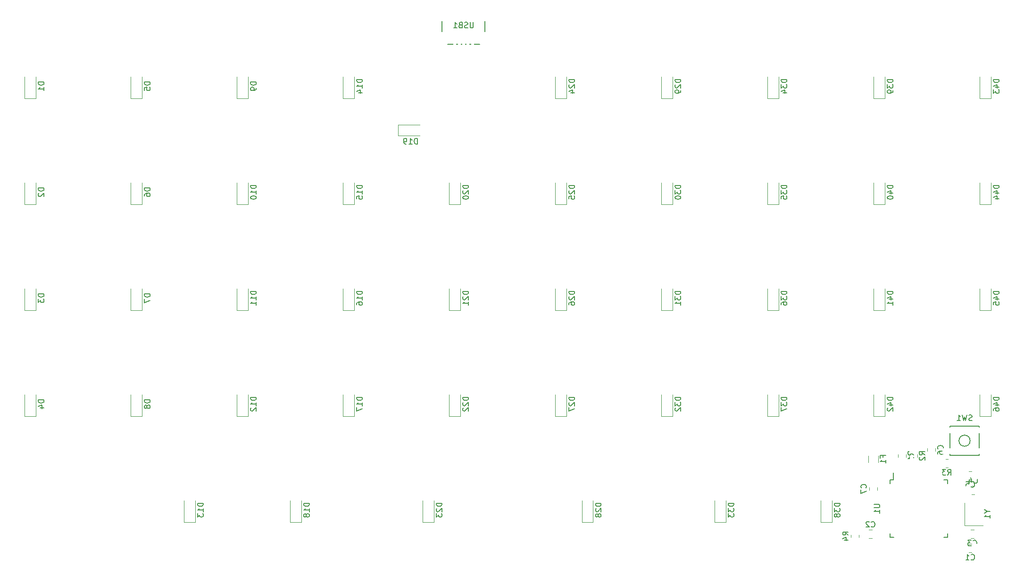
<source format=gbo>
%TF.GenerationSoftware,KiCad,Pcbnew,(5.1.12)-1*%
%TF.CreationDate,2022-01-03T12:53:36-05:00*%
%TF.ProjectId,my-keeb,6d792d6b-6565-4622-9e6b-696361645f70,rev?*%
%TF.SameCoordinates,Original*%
%TF.FileFunction,Legend,Bot*%
%TF.FilePolarity,Positive*%
%FSLAX46Y46*%
G04 Gerber Fmt 4.6, Leading zero omitted, Abs format (unit mm)*
G04 Created by KiCad (PCBNEW (5.1.12)-1) date 2022-01-03 12:53:36*
%MOMM*%
%LPD*%
G01*
G04 APERTURE LIST*
%ADD10C,0.120000*%
%ADD11C,0.150000*%
%ADD12R,0.900000X1.200000*%
%ADD13C,1.750000*%
%ADD14C,2.250000*%
%ADD15C,3.987800*%
%ADD16R,1.200000X1.400000*%
%ADD17O,1.700000X2.700000*%
%ADD18R,0.500000X2.250000*%
%ADD19R,1.500000X0.550000*%
%ADD20R,0.550000X1.500000*%
%ADD21R,1.800000X1.100000*%
%ADD22R,1.200000X0.900000*%
G04 APERTURE END LIST*
D10*
%TO.C,D19*%
X96175000Y-31162500D02*
X100075000Y-31162500D01*
X96175000Y-29162500D02*
X100075000Y-29162500D01*
X96175000Y-31162500D02*
X96175000Y-29162500D01*
%TO.C,R2*%
X187926350Y-88936564D02*
X187926350Y-88482436D01*
X189396350Y-88936564D02*
X189396350Y-88482436D01*
%TO.C,Y1*%
X197867000Y-101187000D02*
X197867000Y-97187000D01*
X201167000Y-101187000D02*
X197867000Y-101187000D01*
D11*
%TO.C,USB1*%
X104100000Y-9271000D02*
X104100000Y-14721000D01*
X111800000Y-9271000D02*
X111800000Y-14721000D01*
X104100000Y-14721000D02*
X111800000Y-14721000D01*
%TO.C,U1*%
X185042750Y-93027750D02*
X185042750Y-91752750D01*
X184467750Y-103377750D02*
X184467750Y-102702750D01*
X194817750Y-103377750D02*
X194817750Y-102702750D01*
X194817750Y-93027750D02*
X194817750Y-93702750D01*
X184467750Y-93027750D02*
X184467750Y-93702750D01*
X194817750Y-93027750D02*
X194142750Y-93027750D01*
X194817750Y-103377750D02*
X194142750Y-103377750D01*
X184467750Y-103377750D02*
X185142750Y-103377750D01*
X184467750Y-93027750D02*
X185042750Y-93027750D01*
%TO.C,SW1*%
X195266000Y-88579000D02*
X200466000Y-88579000D01*
X200466000Y-88579000D02*
X200466000Y-83379000D01*
X200466000Y-83379000D02*
X195266000Y-83379000D01*
X195266000Y-83379000D02*
X195266000Y-88579000D01*
X198866000Y-85979000D02*
G75*
G03*
X198866000Y-85979000I-1000000J0D01*
G01*
D10*
%TO.C,R4*%
X178916000Y-102896936D02*
X178916000Y-103351064D01*
X177446000Y-102896936D02*
X177446000Y-103351064D01*
%TO.C,R3*%
X194463936Y-89308000D02*
X194918064Y-89308000D01*
X194463936Y-90778000D02*
X194918064Y-90778000D01*
%TO.C,R1*%
X185894350Y-88936564D02*
X185894350Y-88482436D01*
X187364350Y-88936564D02*
X187364350Y-88482436D01*
%TO.C,F1*%
X180573000Y-89883064D02*
X180573000Y-88678936D01*
X182393000Y-89883064D02*
X182393000Y-88678936D01*
%TO.C,D46*%
X202612500Y-81625000D02*
X202612500Y-77725000D01*
X200612500Y-81625000D02*
X200612500Y-77725000D01*
X202612500Y-81625000D02*
X200612500Y-81625000D01*
%TO.C,D45*%
X202612500Y-62575000D02*
X202612500Y-58675000D01*
X200612500Y-62575000D02*
X200612500Y-58675000D01*
X202612500Y-62575000D02*
X200612500Y-62575000D01*
%TO.C,D44*%
X202612500Y-43525000D02*
X202612500Y-39625000D01*
X200612500Y-43525000D02*
X200612500Y-39625000D01*
X202612500Y-43525000D02*
X200612500Y-43525000D01*
%TO.C,D43*%
X202612500Y-24475000D02*
X202612500Y-20575000D01*
X200612500Y-24475000D02*
X200612500Y-20575000D01*
X202612500Y-24475000D02*
X200612500Y-24475000D01*
%TO.C,D42*%
X183562500Y-81625000D02*
X183562500Y-77725000D01*
X181562500Y-81625000D02*
X181562500Y-77725000D01*
X183562500Y-81625000D02*
X181562500Y-81625000D01*
%TO.C,D41*%
X183562500Y-62575000D02*
X183562500Y-58675000D01*
X181562500Y-62575000D02*
X181562500Y-58675000D01*
X183562500Y-62575000D02*
X181562500Y-62575000D01*
%TO.C,D40*%
X183562500Y-43525000D02*
X183562500Y-39625000D01*
X181562500Y-43525000D02*
X181562500Y-39625000D01*
X183562500Y-43525000D02*
X181562500Y-43525000D01*
%TO.C,D39*%
X183562500Y-24475000D02*
X183562500Y-20575000D01*
X181562500Y-24475000D02*
X181562500Y-20575000D01*
X183562500Y-24475000D02*
X181562500Y-24475000D01*
%TO.C,D38*%
X174037500Y-100675000D02*
X174037500Y-96775000D01*
X172037500Y-100675000D02*
X172037500Y-96775000D01*
X174037500Y-100675000D02*
X172037500Y-100675000D01*
%TO.C,D37*%
X164512500Y-81625000D02*
X164512500Y-77725000D01*
X162512500Y-81625000D02*
X162512500Y-77725000D01*
X164512500Y-81625000D02*
X162512500Y-81625000D01*
%TO.C,D36*%
X164512500Y-62575000D02*
X164512500Y-58675000D01*
X162512500Y-62575000D02*
X162512500Y-58675000D01*
X164512500Y-62575000D02*
X162512500Y-62575000D01*
%TO.C,D35*%
X164512500Y-43525000D02*
X164512500Y-39625000D01*
X162512500Y-43525000D02*
X162512500Y-39625000D01*
X164512500Y-43525000D02*
X162512500Y-43525000D01*
%TO.C,D34*%
X164512500Y-24475000D02*
X164512500Y-20575000D01*
X162512500Y-24475000D02*
X162512500Y-20575000D01*
X164512500Y-24475000D02*
X162512500Y-24475000D01*
%TO.C,D33*%
X154987500Y-100675000D02*
X154987500Y-96775000D01*
X152987500Y-100675000D02*
X152987500Y-96775000D01*
X154987500Y-100675000D02*
X152987500Y-100675000D01*
%TO.C,D32*%
X145462500Y-81625000D02*
X145462500Y-77725000D01*
X143462500Y-81625000D02*
X143462500Y-77725000D01*
X145462500Y-81625000D02*
X143462500Y-81625000D01*
%TO.C,D31*%
X145462500Y-62575000D02*
X145462500Y-58675000D01*
X143462500Y-62575000D02*
X143462500Y-58675000D01*
X145462500Y-62575000D02*
X143462500Y-62575000D01*
%TO.C,D30*%
X145462500Y-43525000D02*
X145462500Y-39625000D01*
X143462500Y-43525000D02*
X143462500Y-39625000D01*
X145462500Y-43525000D02*
X143462500Y-43525000D01*
%TO.C,D29*%
X145462500Y-24475000D02*
X145462500Y-20575000D01*
X143462500Y-24475000D02*
X143462500Y-20575000D01*
X145462500Y-24475000D02*
X143462500Y-24475000D01*
%TO.C,D28*%
X131175000Y-100675000D02*
X131175000Y-96775000D01*
X129175000Y-100675000D02*
X129175000Y-96775000D01*
X131175000Y-100675000D02*
X129175000Y-100675000D01*
%TO.C,D27*%
X126412500Y-81625000D02*
X126412500Y-77725000D01*
X124412500Y-81625000D02*
X124412500Y-77725000D01*
X126412500Y-81625000D02*
X124412500Y-81625000D01*
%TO.C,D26*%
X126412500Y-62575000D02*
X126412500Y-58675000D01*
X124412500Y-62575000D02*
X124412500Y-58675000D01*
X126412500Y-62575000D02*
X124412500Y-62575000D01*
%TO.C,D25*%
X126412500Y-43525000D02*
X126412500Y-39625000D01*
X124412500Y-43525000D02*
X124412500Y-39625000D01*
X126412500Y-43525000D02*
X124412500Y-43525000D01*
%TO.C,D24*%
X126412500Y-24475000D02*
X126412500Y-20575000D01*
X124412500Y-24475000D02*
X124412500Y-20575000D01*
X126412500Y-24475000D02*
X124412500Y-24475000D01*
%TO.C,D23*%
X102600000Y-100675000D02*
X102600000Y-96775000D01*
X100600000Y-100675000D02*
X100600000Y-96775000D01*
X102600000Y-100675000D02*
X100600000Y-100675000D01*
%TO.C,D22*%
X107362500Y-81625000D02*
X107362500Y-77725000D01*
X105362500Y-81625000D02*
X105362500Y-77725000D01*
X107362500Y-81625000D02*
X105362500Y-81625000D01*
%TO.C,D21*%
X107362500Y-62575000D02*
X107362500Y-58675000D01*
X105362500Y-62575000D02*
X105362500Y-58675000D01*
X107362500Y-62575000D02*
X105362500Y-62575000D01*
%TO.C,D20*%
X107362500Y-43525000D02*
X107362500Y-39625000D01*
X105362500Y-43525000D02*
X105362500Y-39625000D01*
X107362500Y-43525000D02*
X105362500Y-43525000D01*
%TO.C,D18*%
X78787500Y-100675000D02*
X78787500Y-96775000D01*
X76787500Y-100675000D02*
X76787500Y-96775000D01*
X78787500Y-100675000D02*
X76787500Y-100675000D01*
%TO.C,D17*%
X88312500Y-81625000D02*
X88312500Y-77725000D01*
X86312500Y-81625000D02*
X86312500Y-77725000D01*
X88312500Y-81625000D02*
X86312500Y-81625000D01*
%TO.C,D16*%
X88312500Y-62575000D02*
X88312500Y-58675000D01*
X86312500Y-62575000D02*
X86312500Y-58675000D01*
X88312500Y-62575000D02*
X86312500Y-62575000D01*
%TO.C,D15*%
X88312500Y-43525000D02*
X88312500Y-39625000D01*
X86312500Y-43525000D02*
X86312500Y-39625000D01*
X88312500Y-43525000D02*
X86312500Y-43525000D01*
%TO.C,D14*%
X88312500Y-24475000D02*
X88312500Y-20575000D01*
X86312500Y-24475000D02*
X86312500Y-20575000D01*
X88312500Y-24475000D02*
X86312500Y-24475000D01*
%TO.C,D13*%
X59737500Y-100675000D02*
X59737500Y-96775000D01*
X57737500Y-100675000D02*
X57737500Y-96775000D01*
X59737500Y-100675000D02*
X57737500Y-100675000D01*
%TO.C,D12*%
X69262500Y-81625000D02*
X69262500Y-77725000D01*
X67262500Y-81625000D02*
X67262500Y-77725000D01*
X69262500Y-81625000D02*
X67262500Y-81625000D01*
%TO.C,D11*%
X69262500Y-62575000D02*
X69262500Y-58675000D01*
X67262500Y-62575000D02*
X67262500Y-58675000D01*
X69262500Y-62575000D02*
X67262500Y-62575000D01*
%TO.C,D10*%
X69262500Y-43525000D02*
X69262500Y-39625000D01*
X67262500Y-43525000D02*
X67262500Y-39625000D01*
X69262500Y-43525000D02*
X67262500Y-43525000D01*
%TO.C,D9*%
X69262500Y-24475000D02*
X69262500Y-20575000D01*
X67262500Y-24475000D02*
X67262500Y-20575000D01*
X69262500Y-24475000D02*
X67262500Y-24475000D01*
%TO.C,D8*%
X50212500Y-81625000D02*
X50212500Y-77725000D01*
X48212500Y-81625000D02*
X48212500Y-77725000D01*
X50212500Y-81625000D02*
X48212500Y-81625000D01*
%TO.C,D7*%
X50212500Y-62575000D02*
X50212500Y-58675000D01*
X48212500Y-62575000D02*
X48212500Y-58675000D01*
X50212500Y-62575000D02*
X48212500Y-62575000D01*
%TO.C,D6*%
X50212500Y-43525000D02*
X50212500Y-39625000D01*
X48212500Y-43525000D02*
X48212500Y-39625000D01*
X50212500Y-43525000D02*
X48212500Y-43525000D01*
%TO.C,D5*%
X50212500Y-24475000D02*
X50212500Y-20575000D01*
X48212500Y-24475000D02*
X48212500Y-20575000D01*
X50212500Y-24475000D02*
X48212500Y-24475000D01*
%TO.C,D4*%
X31162500Y-81625000D02*
X31162500Y-77725000D01*
X29162500Y-81625000D02*
X29162500Y-77725000D01*
X31162500Y-81625000D02*
X29162500Y-81625000D01*
%TO.C,D3*%
X31162500Y-62575000D02*
X31162500Y-58675000D01*
X29162500Y-62575000D02*
X29162500Y-58675000D01*
X31162500Y-62575000D02*
X29162500Y-62575000D01*
%TO.C,D2*%
X31162500Y-43525000D02*
X31162500Y-39625000D01*
X29162500Y-43525000D02*
X29162500Y-39625000D01*
X31162500Y-43525000D02*
X29162500Y-43525000D01*
%TO.C,D1*%
X31162500Y-24475000D02*
X31162500Y-20575000D01*
X29162500Y-24475000D02*
X29162500Y-20575000D01*
X31162500Y-24475000D02*
X29162500Y-24475000D01*
%TO.C,C7*%
X182218000Y-94353748D02*
X182218000Y-94876252D01*
X180748000Y-94353748D02*
X180748000Y-94876252D01*
%TO.C,C6*%
X191162000Y-87891252D02*
X191162000Y-87368748D01*
X192632000Y-87891252D02*
X192632000Y-87368748D01*
%TO.C,C5*%
X198620748Y-91467000D02*
X199143252Y-91467000D01*
X198620748Y-92937000D02*
X199143252Y-92937000D01*
%TO.C,C4*%
X199651252Y-95604000D02*
X199128748Y-95604000D01*
X199651252Y-94134000D02*
X199128748Y-94134000D01*
%TO.C,C3*%
X199001748Y-102008000D02*
X199524252Y-102008000D01*
X199001748Y-103478000D02*
X199524252Y-103478000D01*
%TO.C,C2*%
X181236252Y-103478000D02*
X180713748Y-103478000D01*
X181236252Y-102008000D02*
X180713748Y-102008000D01*
%TO.C,C1*%
X198620748Y-104548000D02*
X199143252Y-104548000D01*
X198620748Y-106018000D02*
X199143252Y-106018000D01*
%TO.C,D19*%
D11*
X99639285Y-32614880D02*
X99639285Y-31614880D01*
X99401190Y-31614880D01*
X99258333Y-31662500D01*
X99163095Y-31757738D01*
X99115476Y-31852976D01*
X99067857Y-32043452D01*
X99067857Y-32186309D01*
X99115476Y-32376785D01*
X99163095Y-32472023D01*
X99258333Y-32567261D01*
X99401190Y-32614880D01*
X99639285Y-32614880D01*
X98115476Y-32614880D02*
X98686904Y-32614880D01*
X98401190Y-32614880D02*
X98401190Y-31614880D01*
X98496428Y-31757738D01*
X98591666Y-31852976D01*
X98686904Y-31900595D01*
X97639285Y-32614880D02*
X97448809Y-32614880D01*
X97353571Y-32567261D01*
X97305952Y-32519642D01*
X97210714Y-32376785D01*
X97163095Y-32186309D01*
X97163095Y-31805357D01*
X97210714Y-31710119D01*
X97258333Y-31662500D01*
X97353571Y-31614880D01*
X97544047Y-31614880D01*
X97639285Y-31662500D01*
X97686904Y-31710119D01*
X97734523Y-31805357D01*
X97734523Y-32043452D01*
X97686904Y-32138690D01*
X97639285Y-32186309D01*
X97544047Y-32233928D01*
X97353571Y-32233928D01*
X97258333Y-32186309D01*
X97210714Y-32138690D01*
X97163095Y-32043452D01*
%TO.C,R2*%
X190763730Y-88542833D02*
X190287540Y-88209500D01*
X190763730Y-87971404D02*
X189763730Y-87971404D01*
X189763730Y-88352357D01*
X189811350Y-88447595D01*
X189858969Y-88495214D01*
X189954207Y-88542833D01*
X190097064Y-88542833D01*
X190192302Y-88495214D01*
X190239921Y-88447595D01*
X190287540Y-88352357D01*
X190287540Y-87971404D01*
X189858969Y-88923785D02*
X189811350Y-88971404D01*
X189763730Y-89066642D01*
X189763730Y-89304738D01*
X189811350Y-89399976D01*
X189858969Y-89447595D01*
X189954207Y-89495214D01*
X190049445Y-89495214D01*
X190192302Y-89447595D01*
X190763730Y-88876166D01*
X190763730Y-89495214D01*
%TO.C,Y1*%
X201943190Y-98710809D02*
X202419380Y-98710809D01*
X201419380Y-98377476D02*
X201943190Y-98710809D01*
X201419380Y-99044142D01*
X202419380Y-99901285D02*
X202419380Y-99329857D01*
X202419380Y-99615571D02*
X201419380Y-99615571D01*
X201562238Y-99520333D01*
X201657476Y-99425095D01*
X201705095Y-99329857D01*
%TO.C,USB1*%
X109688095Y-10755380D02*
X109688095Y-11564904D01*
X109640476Y-11660142D01*
X109592857Y-11707761D01*
X109497619Y-11755380D01*
X109307142Y-11755380D01*
X109211904Y-11707761D01*
X109164285Y-11660142D01*
X109116666Y-11564904D01*
X109116666Y-10755380D01*
X108688095Y-11707761D02*
X108545238Y-11755380D01*
X108307142Y-11755380D01*
X108211904Y-11707761D01*
X108164285Y-11660142D01*
X108116666Y-11564904D01*
X108116666Y-11469666D01*
X108164285Y-11374428D01*
X108211904Y-11326809D01*
X108307142Y-11279190D01*
X108497619Y-11231571D01*
X108592857Y-11183952D01*
X108640476Y-11136333D01*
X108688095Y-11041095D01*
X108688095Y-10945857D01*
X108640476Y-10850619D01*
X108592857Y-10803000D01*
X108497619Y-10755380D01*
X108259523Y-10755380D01*
X108116666Y-10803000D01*
X107354761Y-11231571D02*
X107211904Y-11279190D01*
X107164285Y-11326809D01*
X107116666Y-11422047D01*
X107116666Y-11564904D01*
X107164285Y-11660142D01*
X107211904Y-11707761D01*
X107307142Y-11755380D01*
X107688095Y-11755380D01*
X107688095Y-10755380D01*
X107354761Y-10755380D01*
X107259523Y-10803000D01*
X107211904Y-10850619D01*
X107164285Y-10945857D01*
X107164285Y-11041095D01*
X107211904Y-11136333D01*
X107259523Y-11183952D01*
X107354761Y-11231571D01*
X107688095Y-11231571D01*
X106164285Y-11755380D02*
X106735714Y-11755380D01*
X106450000Y-11755380D02*
X106450000Y-10755380D01*
X106545238Y-10898238D01*
X106640476Y-10993476D01*
X106735714Y-11041095D01*
%TO.C,U1*%
X181645130Y-97440845D02*
X182454654Y-97440845D01*
X182549892Y-97488464D01*
X182597511Y-97536083D01*
X182645130Y-97631321D01*
X182645130Y-97821797D01*
X182597511Y-97917035D01*
X182549892Y-97964654D01*
X182454654Y-98012273D01*
X181645130Y-98012273D01*
X182645130Y-99012273D02*
X182645130Y-98440845D01*
X182645130Y-98726559D02*
X181645130Y-98726559D01*
X181787988Y-98631321D01*
X181883226Y-98536083D01*
X181930845Y-98440845D01*
%TO.C,SW1*%
X199199333Y-82319761D02*
X199056476Y-82367380D01*
X198818380Y-82367380D01*
X198723142Y-82319761D01*
X198675523Y-82272142D01*
X198627904Y-82176904D01*
X198627904Y-82081666D01*
X198675523Y-81986428D01*
X198723142Y-81938809D01*
X198818380Y-81891190D01*
X199008857Y-81843571D01*
X199104095Y-81795952D01*
X199151714Y-81748333D01*
X199199333Y-81653095D01*
X199199333Y-81557857D01*
X199151714Y-81462619D01*
X199104095Y-81415000D01*
X199008857Y-81367380D01*
X198770761Y-81367380D01*
X198627904Y-81415000D01*
X198294571Y-81367380D02*
X198056476Y-82367380D01*
X197866000Y-81653095D01*
X197675523Y-82367380D01*
X197437428Y-81367380D01*
X196532666Y-82367380D02*
X197104095Y-82367380D01*
X196818380Y-82367380D02*
X196818380Y-81367380D01*
X196913619Y-81510238D01*
X197008857Y-81605476D01*
X197104095Y-81653095D01*
%TO.C,R4*%
X176983380Y-102957333D02*
X176507190Y-102624000D01*
X176983380Y-102385904D02*
X175983380Y-102385904D01*
X175983380Y-102766857D01*
X176031000Y-102862095D01*
X176078619Y-102909714D01*
X176173857Y-102957333D01*
X176316714Y-102957333D01*
X176411952Y-102909714D01*
X176459571Y-102862095D01*
X176507190Y-102766857D01*
X176507190Y-102385904D01*
X176316714Y-103814476D02*
X176983380Y-103814476D01*
X175935761Y-103576380D02*
X176650047Y-103338285D01*
X176650047Y-103957333D01*
%TO.C,R3*%
X194857666Y-92145380D02*
X195191000Y-91669190D01*
X195429095Y-92145380D02*
X195429095Y-91145380D01*
X195048142Y-91145380D01*
X194952904Y-91193000D01*
X194905285Y-91240619D01*
X194857666Y-91335857D01*
X194857666Y-91478714D01*
X194905285Y-91573952D01*
X194952904Y-91621571D01*
X195048142Y-91669190D01*
X195429095Y-91669190D01*
X194524333Y-91145380D02*
X193905285Y-91145380D01*
X194238619Y-91526333D01*
X194095761Y-91526333D01*
X194000523Y-91573952D01*
X193952904Y-91621571D01*
X193905285Y-91716809D01*
X193905285Y-91954904D01*
X193952904Y-92050142D01*
X194000523Y-92097761D01*
X194095761Y-92145380D01*
X194381476Y-92145380D01*
X194476714Y-92097761D01*
X194524333Y-92050142D01*
%TO.C,R1*%
X188731730Y-88542833D02*
X188255540Y-88209500D01*
X188731730Y-87971404D02*
X187731730Y-87971404D01*
X187731730Y-88352357D01*
X187779350Y-88447595D01*
X187826969Y-88495214D01*
X187922207Y-88542833D01*
X188065064Y-88542833D01*
X188160302Y-88495214D01*
X188207921Y-88447595D01*
X188255540Y-88352357D01*
X188255540Y-87971404D01*
X188731730Y-89495214D02*
X188731730Y-88923785D01*
X188731730Y-89209500D02*
X187731730Y-89209500D01*
X187874588Y-89114261D01*
X187969826Y-89019023D01*
X188017445Y-88923785D01*
%TO.C,F1*%
X183231571Y-88947666D02*
X183231571Y-88614333D01*
X183755380Y-88614333D02*
X182755380Y-88614333D01*
X182755380Y-89090523D01*
X183755380Y-89995285D02*
X183755380Y-89423857D01*
X183755380Y-89709571D02*
X182755380Y-89709571D01*
X182898238Y-89614333D01*
X182993476Y-89519095D01*
X183041095Y-89423857D01*
%TO.C,D46*%
X204064880Y-78160714D02*
X203064880Y-78160714D01*
X203064880Y-78398809D01*
X203112500Y-78541666D01*
X203207738Y-78636904D01*
X203302976Y-78684523D01*
X203493452Y-78732142D01*
X203636309Y-78732142D01*
X203826785Y-78684523D01*
X203922023Y-78636904D01*
X204017261Y-78541666D01*
X204064880Y-78398809D01*
X204064880Y-78160714D01*
X203398214Y-79589285D02*
X204064880Y-79589285D01*
X203017261Y-79351190D02*
X203731547Y-79113095D01*
X203731547Y-79732142D01*
X203064880Y-80541666D02*
X203064880Y-80351190D01*
X203112500Y-80255952D01*
X203160119Y-80208333D01*
X203302976Y-80113095D01*
X203493452Y-80065476D01*
X203874404Y-80065476D01*
X203969642Y-80113095D01*
X204017261Y-80160714D01*
X204064880Y-80255952D01*
X204064880Y-80446428D01*
X204017261Y-80541666D01*
X203969642Y-80589285D01*
X203874404Y-80636904D01*
X203636309Y-80636904D01*
X203541071Y-80589285D01*
X203493452Y-80541666D01*
X203445833Y-80446428D01*
X203445833Y-80255952D01*
X203493452Y-80160714D01*
X203541071Y-80113095D01*
X203636309Y-80065476D01*
%TO.C,D45*%
X204064880Y-59110714D02*
X203064880Y-59110714D01*
X203064880Y-59348809D01*
X203112500Y-59491666D01*
X203207738Y-59586904D01*
X203302976Y-59634523D01*
X203493452Y-59682142D01*
X203636309Y-59682142D01*
X203826785Y-59634523D01*
X203922023Y-59586904D01*
X204017261Y-59491666D01*
X204064880Y-59348809D01*
X204064880Y-59110714D01*
X203398214Y-60539285D02*
X204064880Y-60539285D01*
X203017261Y-60301190D02*
X203731547Y-60063095D01*
X203731547Y-60682142D01*
X203064880Y-61539285D02*
X203064880Y-61063095D01*
X203541071Y-61015476D01*
X203493452Y-61063095D01*
X203445833Y-61158333D01*
X203445833Y-61396428D01*
X203493452Y-61491666D01*
X203541071Y-61539285D01*
X203636309Y-61586904D01*
X203874404Y-61586904D01*
X203969642Y-61539285D01*
X204017261Y-61491666D01*
X204064880Y-61396428D01*
X204064880Y-61158333D01*
X204017261Y-61063095D01*
X203969642Y-61015476D01*
%TO.C,D44*%
X204064880Y-40060714D02*
X203064880Y-40060714D01*
X203064880Y-40298809D01*
X203112500Y-40441666D01*
X203207738Y-40536904D01*
X203302976Y-40584523D01*
X203493452Y-40632142D01*
X203636309Y-40632142D01*
X203826785Y-40584523D01*
X203922023Y-40536904D01*
X204017261Y-40441666D01*
X204064880Y-40298809D01*
X204064880Y-40060714D01*
X203398214Y-41489285D02*
X204064880Y-41489285D01*
X203017261Y-41251190D02*
X203731547Y-41013095D01*
X203731547Y-41632142D01*
X203398214Y-42441666D02*
X204064880Y-42441666D01*
X203017261Y-42203571D02*
X203731547Y-41965476D01*
X203731547Y-42584523D01*
%TO.C,D43*%
X204064880Y-21010714D02*
X203064880Y-21010714D01*
X203064880Y-21248809D01*
X203112500Y-21391666D01*
X203207738Y-21486904D01*
X203302976Y-21534523D01*
X203493452Y-21582142D01*
X203636309Y-21582142D01*
X203826785Y-21534523D01*
X203922023Y-21486904D01*
X204017261Y-21391666D01*
X204064880Y-21248809D01*
X204064880Y-21010714D01*
X203398214Y-22439285D02*
X204064880Y-22439285D01*
X203017261Y-22201190D02*
X203731547Y-21963095D01*
X203731547Y-22582142D01*
X203064880Y-22867857D02*
X203064880Y-23486904D01*
X203445833Y-23153571D01*
X203445833Y-23296428D01*
X203493452Y-23391666D01*
X203541071Y-23439285D01*
X203636309Y-23486904D01*
X203874404Y-23486904D01*
X203969642Y-23439285D01*
X204017261Y-23391666D01*
X204064880Y-23296428D01*
X204064880Y-23010714D01*
X204017261Y-22915476D01*
X203969642Y-22867857D01*
%TO.C,D42*%
X185014880Y-78160714D02*
X184014880Y-78160714D01*
X184014880Y-78398809D01*
X184062500Y-78541666D01*
X184157738Y-78636904D01*
X184252976Y-78684523D01*
X184443452Y-78732142D01*
X184586309Y-78732142D01*
X184776785Y-78684523D01*
X184872023Y-78636904D01*
X184967261Y-78541666D01*
X185014880Y-78398809D01*
X185014880Y-78160714D01*
X184348214Y-79589285D02*
X185014880Y-79589285D01*
X183967261Y-79351190D02*
X184681547Y-79113095D01*
X184681547Y-79732142D01*
X184110119Y-80065476D02*
X184062500Y-80113095D01*
X184014880Y-80208333D01*
X184014880Y-80446428D01*
X184062500Y-80541666D01*
X184110119Y-80589285D01*
X184205357Y-80636904D01*
X184300595Y-80636904D01*
X184443452Y-80589285D01*
X185014880Y-80017857D01*
X185014880Y-80636904D01*
%TO.C,D41*%
X185014880Y-59110714D02*
X184014880Y-59110714D01*
X184014880Y-59348809D01*
X184062500Y-59491666D01*
X184157738Y-59586904D01*
X184252976Y-59634523D01*
X184443452Y-59682142D01*
X184586309Y-59682142D01*
X184776785Y-59634523D01*
X184872023Y-59586904D01*
X184967261Y-59491666D01*
X185014880Y-59348809D01*
X185014880Y-59110714D01*
X184348214Y-60539285D02*
X185014880Y-60539285D01*
X183967261Y-60301190D02*
X184681547Y-60063095D01*
X184681547Y-60682142D01*
X185014880Y-61586904D02*
X185014880Y-61015476D01*
X185014880Y-61301190D02*
X184014880Y-61301190D01*
X184157738Y-61205952D01*
X184252976Y-61110714D01*
X184300595Y-61015476D01*
%TO.C,D40*%
X185014880Y-40060714D02*
X184014880Y-40060714D01*
X184014880Y-40298809D01*
X184062500Y-40441666D01*
X184157738Y-40536904D01*
X184252976Y-40584523D01*
X184443452Y-40632142D01*
X184586309Y-40632142D01*
X184776785Y-40584523D01*
X184872023Y-40536904D01*
X184967261Y-40441666D01*
X185014880Y-40298809D01*
X185014880Y-40060714D01*
X184348214Y-41489285D02*
X185014880Y-41489285D01*
X183967261Y-41251190D02*
X184681547Y-41013095D01*
X184681547Y-41632142D01*
X184014880Y-42203571D02*
X184014880Y-42298809D01*
X184062500Y-42394047D01*
X184110119Y-42441666D01*
X184205357Y-42489285D01*
X184395833Y-42536904D01*
X184633928Y-42536904D01*
X184824404Y-42489285D01*
X184919642Y-42441666D01*
X184967261Y-42394047D01*
X185014880Y-42298809D01*
X185014880Y-42203571D01*
X184967261Y-42108333D01*
X184919642Y-42060714D01*
X184824404Y-42013095D01*
X184633928Y-41965476D01*
X184395833Y-41965476D01*
X184205357Y-42013095D01*
X184110119Y-42060714D01*
X184062500Y-42108333D01*
X184014880Y-42203571D01*
%TO.C,D39*%
X185014880Y-21010714D02*
X184014880Y-21010714D01*
X184014880Y-21248809D01*
X184062500Y-21391666D01*
X184157738Y-21486904D01*
X184252976Y-21534523D01*
X184443452Y-21582142D01*
X184586309Y-21582142D01*
X184776785Y-21534523D01*
X184872023Y-21486904D01*
X184967261Y-21391666D01*
X185014880Y-21248809D01*
X185014880Y-21010714D01*
X184014880Y-21915476D02*
X184014880Y-22534523D01*
X184395833Y-22201190D01*
X184395833Y-22344047D01*
X184443452Y-22439285D01*
X184491071Y-22486904D01*
X184586309Y-22534523D01*
X184824404Y-22534523D01*
X184919642Y-22486904D01*
X184967261Y-22439285D01*
X185014880Y-22344047D01*
X185014880Y-22058333D01*
X184967261Y-21963095D01*
X184919642Y-21915476D01*
X185014880Y-23010714D02*
X185014880Y-23201190D01*
X184967261Y-23296428D01*
X184919642Y-23344047D01*
X184776785Y-23439285D01*
X184586309Y-23486904D01*
X184205357Y-23486904D01*
X184110119Y-23439285D01*
X184062500Y-23391666D01*
X184014880Y-23296428D01*
X184014880Y-23105952D01*
X184062500Y-23010714D01*
X184110119Y-22963095D01*
X184205357Y-22915476D01*
X184443452Y-22915476D01*
X184538690Y-22963095D01*
X184586309Y-23010714D01*
X184633928Y-23105952D01*
X184633928Y-23296428D01*
X184586309Y-23391666D01*
X184538690Y-23439285D01*
X184443452Y-23486904D01*
%TO.C,D38*%
X175489880Y-97210714D02*
X174489880Y-97210714D01*
X174489880Y-97448809D01*
X174537500Y-97591666D01*
X174632738Y-97686904D01*
X174727976Y-97734523D01*
X174918452Y-97782142D01*
X175061309Y-97782142D01*
X175251785Y-97734523D01*
X175347023Y-97686904D01*
X175442261Y-97591666D01*
X175489880Y-97448809D01*
X175489880Y-97210714D01*
X174489880Y-98115476D02*
X174489880Y-98734523D01*
X174870833Y-98401190D01*
X174870833Y-98544047D01*
X174918452Y-98639285D01*
X174966071Y-98686904D01*
X175061309Y-98734523D01*
X175299404Y-98734523D01*
X175394642Y-98686904D01*
X175442261Y-98639285D01*
X175489880Y-98544047D01*
X175489880Y-98258333D01*
X175442261Y-98163095D01*
X175394642Y-98115476D01*
X174918452Y-99305952D02*
X174870833Y-99210714D01*
X174823214Y-99163095D01*
X174727976Y-99115476D01*
X174680357Y-99115476D01*
X174585119Y-99163095D01*
X174537500Y-99210714D01*
X174489880Y-99305952D01*
X174489880Y-99496428D01*
X174537500Y-99591666D01*
X174585119Y-99639285D01*
X174680357Y-99686904D01*
X174727976Y-99686904D01*
X174823214Y-99639285D01*
X174870833Y-99591666D01*
X174918452Y-99496428D01*
X174918452Y-99305952D01*
X174966071Y-99210714D01*
X175013690Y-99163095D01*
X175108928Y-99115476D01*
X175299404Y-99115476D01*
X175394642Y-99163095D01*
X175442261Y-99210714D01*
X175489880Y-99305952D01*
X175489880Y-99496428D01*
X175442261Y-99591666D01*
X175394642Y-99639285D01*
X175299404Y-99686904D01*
X175108928Y-99686904D01*
X175013690Y-99639285D01*
X174966071Y-99591666D01*
X174918452Y-99496428D01*
%TO.C,D37*%
X165964880Y-78160714D02*
X164964880Y-78160714D01*
X164964880Y-78398809D01*
X165012500Y-78541666D01*
X165107738Y-78636904D01*
X165202976Y-78684523D01*
X165393452Y-78732142D01*
X165536309Y-78732142D01*
X165726785Y-78684523D01*
X165822023Y-78636904D01*
X165917261Y-78541666D01*
X165964880Y-78398809D01*
X165964880Y-78160714D01*
X164964880Y-79065476D02*
X164964880Y-79684523D01*
X165345833Y-79351190D01*
X165345833Y-79494047D01*
X165393452Y-79589285D01*
X165441071Y-79636904D01*
X165536309Y-79684523D01*
X165774404Y-79684523D01*
X165869642Y-79636904D01*
X165917261Y-79589285D01*
X165964880Y-79494047D01*
X165964880Y-79208333D01*
X165917261Y-79113095D01*
X165869642Y-79065476D01*
X164964880Y-80017857D02*
X164964880Y-80684523D01*
X165964880Y-80255952D01*
%TO.C,D36*%
X165964880Y-59110714D02*
X164964880Y-59110714D01*
X164964880Y-59348809D01*
X165012500Y-59491666D01*
X165107738Y-59586904D01*
X165202976Y-59634523D01*
X165393452Y-59682142D01*
X165536309Y-59682142D01*
X165726785Y-59634523D01*
X165822023Y-59586904D01*
X165917261Y-59491666D01*
X165964880Y-59348809D01*
X165964880Y-59110714D01*
X164964880Y-60015476D02*
X164964880Y-60634523D01*
X165345833Y-60301190D01*
X165345833Y-60444047D01*
X165393452Y-60539285D01*
X165441071Y-60586904D01*
X165536309Y-60634523D01*
X165774404Y-60634523D01*
X165869642Y-60586904D01*
X165917261Y-60539285D01*
X165964880Y-60444047D01*
X165964880Y-60158333D01*
X165917261Y-60063095D01*
X165869642Y-60015476D01*
X164964880Y-61491666D02*
X164964880Y-61301190D01*
X165012500Y-61205952D01*
X165060119Y-61158333D01*
X165202976Y-61063095D01*
X165393452Y-61015476D01*
X165774404Y-61015476D01*
X165869642Y-61063095D01*
X165917261Y-61110714D01*
X165964880Y-61205952D01*
X165964880Y-61396428D01*
X165917261Y-61491666D01*
X165869642Y-61539285D01*
X165774404Y-61586904D01*
X165536309Y-61586904D01*
X165441071Y-61539285D01*
X165393452Y-61491666D01*
X165345833Y-61396428D01*
X165345833Y-61205952D01*
X165393452Y-61110714D01*
X165441071Y-61063095D01*
X165536309Y-61015476D01*
%TO.C,D35*%
X165964880Y-40060714D02*
X164964880Y-40060714D01*
X164964880Y-40298809D01*
X165012500Y-40441666D01*
X165107738Y-40536904D01*
X165202976Y-40584523D01*
X165393452Y-40632142D01*
X165536309Y-40632142D01*
X165726785Y-40584523D01*
X165822023Y-40536904D01*
X165917261Y-40441666D01*
X165964880Y-40298809D01*
X165964880Y-40060714D01*
X164964880Y-40965476D02*
X164964880Y-41584523D01*
X165345833Y-41251190D01*
X165345833Y-41394047D01*
X165393452Y-41489285D01*
X165441071Y-41536904D01*
X165536309Y-41584523D01*
X165774404Y-41584523D01*
X165869642Y-41536904D01*
X165917261Y-41489285D01*
X165964880Y-41394047D01*
X165964880Y-41108333D01*
X165917261Y-41013095D01*
X165869642Y-40965476D01*
X164964880Y-42489285D02*
X164964880Y-42013095D01*
X165441071Y-41965476D01*
X165393452Y-42013095D01*
X165345833Y-42108333D01*
X165345833Y-42346428D01*
X165393452Y-42441666D01*
X165441071Y-42489285D01*
X165536309Y-42536904D01*
X165774404Y-42536904D01*
X165869642Y-42489285D01*
X165917261Y-42441666D01*
X165964880Y-42346428D01*
X165964880Y-42108333D01*
X165917261Y-42013095D01*
X165869642Y-41965476D01*
%TO.C,D34*%
X165964880Y-21010714D02*
X164964880Y-21010714D01*
X164964880Y-21248809D01*
X165012500Y-21391666D01*
X165107738Y-21486904D01*
X165202976Y-21534523D01*
X165393452Y-21582142D01*
X165536309Y-21582142D01*
X165726785Y-21534523D01*
X165822023Y-21486904D01*
X165917261Y-21391666D01*
X165964880Y-21248809D01*
X165964880Y-21010714D01*
X164964880Y-21915476D02*
X164964880Y-22534523D01*
X165345833Y-22201190D01*
X165345833Y-22344047D01*
X165393452Y-22439285D01*
X165441071Y-22486904D01*
X165536309Y-22534523D01*
X165774404Y-22534523D01*
X165869642Y-22486904D01*
X165917261Y-22439285D01*
X165964880Y-22344047D01*
X165964880Y-22058333D01*
X165917261Y-21963095D01*
X165869642Y-21915476D01*
X165298214Y-23391666D02*
X165964880Y-23391666D01*
X164917261Y-23153571D02*
X165631547Y-22915476D01*
X165631547Y-23534523D01*
%TO.C,D33*%
X156439880Y-97210714D02*
X155439880Y-97210714D01*
X155439880Y-97448809D01*
X155487500Y-97591666D01*
X155582738Y-97686904D01*
X155677976Y-97734523D01*
X155868452Y-97782142D01*
X156011309Y-97782142D01*
X156201785Y-97734523D01*
X156297023Y-97686904D01*
X156392261Y-97591666D01*
X156439880Y-97448809D01*
X156439880Y-97210714D01*
X155439880Y-98115476D02*
X155439880Y-98734523D01*
X155820833Y-98401190D01*
X155820833Y-98544047D01*
X155868452Y-98639285D01*
X155916071Y-98686904D01*
X156011309Y-98734523D01*
X156249404Y-98734523D01*
X156344642Y-98686904D01*
X156392261Y-98639285D01*
X156439880Y-98544047D01*
X156439880Y-98258333D01*
X156392261Y-98163095D01*
X156344642Y-98115476D01*
X155439880Y-99067857D02*
X155439880Y-99686904D01*
X155820833Y-99353571D01*
X155820833Y-99496428D01*
X155868452Y-99591666D01*
X155916071Y-99639285D01*
X156011309Y-99686904D01*
X156249404Y-99686904D01*
X156344642Y-99639285D01*
X156392261Y-99591666D01*
X156439880Y-99496428D01*
X156439880Y-99210714D01*
X156392261Y-99115476D01*
X156344642Y-99067857D01*
%TO.C,D32*%
X146914880Y-78160714D02*
X145914880Y-78160714D01*
X145914880Y-78398809D01*
X145962500Y-78541666D01*
X146057738Y-78636904D01*
X146152976Y-78684523D01*
X146343452Y-78732142D01*
X146486309Y-78732142D01*
X146676785Y-78684523D01*
X146772023Y-78636904D01*
X146867261Y-78541666D01*
X146914880Y-78398809D01*
X146914880Y-78160714D01*
X145914880Y-79065476D02*
X145914880Y-79684523D01*
X146295833Y-79351190D01*
X146295833Y-79494047D01*
X146343452Y-79589285D01*
X146391071Y-79636904D01*
X146486309Y-79684523D01*
X146724404Y-79684523D01*
X146819642Y-79636904D01*
X146867261Y-79589285D01*
X146914880Y-79494047D01*
X146914880Y-79208333D01*
X146867261Y-79113095D01*
X146819642Y-79065476D01*
X146010119Y-80065476D02*
X145962500Y-80113095D01*
X145914880Y-80208333D01*
X145914880Y-80446428D01*
X145962500Y-80541666D01*
X146010119Y-80589285D01*
X146105357Y-80636904D01*
X146200595Y-80636904D01*
X146343452Y-80589285D01*
X146914880Y-80017857D01*
X146914880Y-80636904D01*
%TO.C,D31*%
X146914880Y-59110714D02*
X145914880Y-59110714D01*
X145914880Y-59348809D01*
X145962500Y-59491666D01*
X146057738Y-59586904D01*
X146152976Y-59634523D01*
X146343452Y-59682142D01*
X146486309Y-59682142D01*
X146676785Y-59634523D01*
X146772023Y-59586904D01*
X146867261Y-59491666D01*
X146914880Y-59348809D01*
X146914880Y-59110714D01*
X145914880Y-60015476D02*
X145914880Y-60634523D01*
X146295833Y-60301190D01*
X146295833Y-60444047D01*
X146343452Y-60539285D01*
X146391071Y-60586904D01*
X146486309Y-60634523D01*
X146724404Y-60634523D01*
X146819642Y-60586904D01*
X146867261Y-60539285D01*
X146914880Y-60444047D01*
X146914880Y-60158333D01*
X146867261Y-60063095D01*
X146819642Y-60015476D01*
X146914880Y-61586904D02*
X146914880Y-61015476D01*
X146914880Y-61301190D02*
X145914880Y-61301190D01*
X146057738Y-61205952D01*
X146152976Y-61110714D01*
X146200595Y-61015476D01*
%TO.C,D30*%
X146914880Y-40060714D02*
X145914880Y-40060714D01*
X145914880Y-40298809D01*
X145962500Y-40441666D01*
X146057738Y-40536904D01*
X146152976Y-40584523D01*
X146343452Y-40632142D01*
X146486309Y-40632142D01*
X146676785Y-40584523D01*
X146772023Y-40536904D01*
X146867261Y-40441666D01*
X146914880Y-40298809D01*
X146914880Y-40060714D01*
X145914880Y-40965476D02*
X145914880Y-41584523D01*
X146295833Y-41251190D01*
X146295833Y-41394047D01*
X146343452Y-41489285D01*
X146391071Y-41536904D01*
X146486309Y-41584523D01*
X146724404Y-41584523D01*
X146819642Y-41536904D01*
X146867261Y-41489285D01*
X146914880Y-41394047D01*
X146914880Y-41108333D01*
X146867261Y-41013095D01*
X146819642Y-40965476D01*
X145914880Y-42203571D02*
X145914880Y-42298809D01*
X145962500Y-42394047D01*
X146010119Y-42441666D01*
X146105357Y-42489285D01*
X146295833Y-42536904D01*
X146533928Y-42536904D01*
X146724404Y-42489285D01*
X146819642Y-42441666D01*
X146867261Y-42394047D01*
X146914880Y-42298809D01*
X146914880Y-42203571D01*
X146867261Y-42108333D01*
X146819642Y-42060714D01*
X146724404Y-42013095D01*
X146533928Y-41965476D01*
X146295833Y-41965476D01*
X146105357Y-42013095D01*
X146010119Y-42060714D01*
X145962500Y-42108333D01*
X145914880Y-42203571D01*
%TO.C,D29*%
X146914880Y-21010714D02*
X145914880Y-21010714D01*
X145914880Y-21248809D01*
X145962500Y-21391666D01*
X146057738Y-21486904D01*
X146152976Y-21534523D01*
X146343452Y-21582142D01*
X146486309Y-21582142D01*
X146676785Y-21534523D01*
X146772023Y-21486904D01*
X146867261Y-21391666D01*
X146914880Y-21248809D01*
X146914880Y-21010714D01*
X146010119Y-21963095D02*
X145962500Y-22010714D01*
X145914880Y-22105952D01*
X145914880Y-22344047D01*
X145962500Y-22439285D01*
X146010119Y-22486904D01*
X146105357Y-22534523D01*
X146200595Y-22534523D01*
X146343452Y-22486904D01*
X146914880Y-21915476D01*
X146914880Y-22534523D01*
X146914880Y-23010714D02*
X146914880Y-23201190D01*
X146867261Y-23296428D01*
X146819642Y-23344047D01*
X146676785Y-23439285D01*
X146486309Y-23486904D01*
X146105357Y-23486904D01*
X146010119Y-23439285D01*
X145962500Y-23391666D01*
X145914880Y-23296428D01*
X145914880Y-23105952D01*
X145962500Y-23010714D01*
X146010119Y-22963095D01*
X146105357Y-22915476D01*
X146343452Y-22915476D01*
X146438690Y-22963095D01*
X146486309Y-23010714D01*
X146533928Y-23105952D01*
X146533928Y-23296428D01*
X146486309Y-23391666D01*
X146438690Y-23439285D01*
X146343452Y-23486904D01*
%TO.C,D28*%
X132627380Y-97210714D02*
X131627380Y-97210714D01*
X131627380Y-97448809D01*
X131675000Y-97591666D01*
X131770238Y-97686904D01*
X131865476Y-97734523D01*
X132055952Y-97782142D01*
X132198809Y-97782142D01*
X132389285Y-97734523D01*
X132484523Y-97686904D01*
X132579761Y-97591666D01*
X132627380Y-97448809D01*
X132627380Y-97210714D01*
X131722619Y-98163095D02*
X131675000Y-98210714D01*
X131627380Y-98305952D01*
X131627380Y-98544047D01*
X131675000Y-98639285D01*
X131722619Y-98686904D01*
X131817857Y-98734523D01*
X131913095Y-98734523D01*
X132055952Y-98686904D01*
X132627380Y-98115476D01*
X132627380Y-98734523D01*
X132055952Y-99305952D02*
X132008333Y-99210714D01*
X131960714Y-99163095D01*
X131865476Y-99115476D01*
X131817857Y-99115476D01*
X131722619Y-99163095D01*
X131675000Y-99210714D01*
X131627380Y-99305952D01*
X131627380Y-99496428D01*
X131675000Y-99591666D01*
X131722619Y-99639285D01*
X131817857Y-99686904D01*
X131865476Y-99686904D01*
X131960714Y-99639285D01*
X132008333Y-99591666D01*
X132055952Y-99496428D01*
X132055952Y-99305952D01*
X132103571Y-99210714D01*
X132151190Y-99163095D01*
X132246428Y-99115476D01*
X132436904Y-99115476D01*
X132532142Y-99163095D01*
X132579761Y-99210714D01*
X132627380Y-99305952D01*
X132627380Y-99496428D01*
X132579761Y-99591666D01*
X132532142Y-99639285D01*
X132436904Y-99686904D01*
X132246428Y-99686904D01*
X132151190Y-99639285D01*
X132103571Y-99591666D01*
X132055952Y-99496428D01*
%TO.C,D27*%
X127864880Y-78160714D02*
X126864880Y-78160714D01*
X126864880Y-78398809D01*
X126912500Y-78541666D01*
X127007738Y-78636904D01*
X127102976Y-78684523D01*
X127293452Y-78732142D01*
X127436309Y-78732142D01*
X127626785Y-78684523D01*
X127722023Y-78636904D01*
X127817261Y-78541666D01*
X127864880Y-78398809D01*
X127864880Y-78160714D01*
X126960119Y-79113095D02*
X126912500Y-79160714D01*
X126864880Y-79255952D01*
X126864880Y-79494047D01*
X126912500Y-79589285D01*
X126960119Y-79636904D01*
X127055357Y-79684523D01*
X127150595Y-79684523D01*
X127293452Y-79636904D01*
X127864880Y-79065476D01*
X127864880Y-79684523D01*
X126864880Y-80017857D02*
X126864880Y-80684523D01*
X127864880Y-80255952D01*
%TO.C,D26*%
X127864880Y-59110714D02*
X126864880Y-59110714D01*
X126864880Y-59348809D01*
X126912500Y-59491666D01*
X127007738Y-59586904D01*
X127102976Y-59634523D01*
X127293452Y-59682142D01*
X127436309Y-59682142D01*
X127626785Y-59634523D01*
X127722023Y-59586904D01*
X127817261Y-59491666D01*
X127864880Y-59348809D01*
X127864880Y-59110714D01*
X126960119Y-60063095D02*
X126912500Y-60110714D01*
X126864880Y-60205952D01*
X126864880Y-60444047D01*
X126912500Y-60539285D01*
X126960119Y-60586904D01*
X127055357Y-60634523D01*
X127150595Y-60634523D01*
X127293452Y-60586904D01*
X127864880Y-60015476D01*
X127864880Y-60634523D01*
X126864880Y-61491666D02*
X126864880Y-61301190D01*
X126912500Y-61205952D01*
X126960119Y-61158333D01*
X127102976Y-61063095D01*
X127293452Y-61015476D01*
X127674404Y-61015476D01*
X127769642Y-61063095D01*
X127817261Y-61110714D01*
X127864880Y-61205952D01*
X127864880Y-61396428D01*
X127817261Y-61491666D01*
X127769642Y-61539285D01*
X127674404Y-61586904D01*
X127436309Y-61586904D01*
X127341071Y-61539285D01*
X127293452Y-61491666D01*
X127245833Y-61396428D01*
X127245833Y-61205952D01*
X127293452Y-61110714D01*
X127341071Y-61063095D01*
X127436309Y-61015476D01*
%TO.C,D25*%
X127864880Y-40060714D02*
X126864880Y-40060714D01*
X126864880Y-40298809D01*
X126912500Y-40441666D01*
X127007738Y-40536904D01*
X127102976Y-40584523D01*
X127293452Y-40632142D01*
X127436309Y-40632142D01*
X127626785Y-40584523D01*
X127722023Y-40536904D01*
X127817261Y-40441666D01*
X127864880Y-40298809D01*
X127864880Y-40060714D01*
X126960119Y-41013095D02*
X126912500Y-41060714D01*
X126864880Y-41155952D01*
X126864880Y-41394047D01*
X126912500Y-41489285D01*
X126960119Y-41536904D01*
X127055357Y-41584523D01*
X127150595Y-41584523D01*
X127293452Y-41536904D01*
X127864880Y-40965476D01*
X127864880Y-41584523D01*
X126864880Y-42489285D02*
X126864880Y-42013095D01*
X127341071Y-41965476D01*
X127293452Y-42013095D01*
X127245833Y-42108333D01*
X127245833Y-42346428D01*
X127293452Y-42441666D01*
X127341071Y-42489285D01*
X127436309Y-42536904D01*
X127674404Y-42536904D01*
X127769642Y-42489285D01*
X127817261Y-42441666D01*
X127864880Y-42346428D01*
X127864880Y-42108333D01*
X127817261Y-42013095D01*
X127769642Y-41965476D01*
%TO.C,D24*%
X127864880Y-21010714D02*
X126864880Y-21010714D01*
X126864880Y-21248809D01*
X126912500Y-21391666D01*
X127007738Y-21486904D01*
X127102976Y-21534523D01*
X127293452Y-21582142D01*
X127436309Y-21582142D01*
X127626785Y-21534523D01*
X127722023Y-21486904D01*
X127817261Y-21391666D01*
X127864880Y-21248809D01*
X127864880Y-21010714D01*
X126960119Y-21963095D02*
X126912500Y-22010714D01*
X126864880Y-22105952D01*
X126864880Y-22344047D01*
X126912500Y-22439285D01*
X126960119Y-22486904D01*
X127055357Y-22534523D01*
X127150595Y-22534523D01*
X127293452Y-22486904D01*
X127864880Y-21915476D01*
X127864880Y-22534523D01*
X127198214Y-23391666D02*
X127864880Y-23391666D01*
X126817261Y-23153571D02*
X127531547Y-22915476D01*
X127531547Y-23534523D01*
%TO.C,D23*%
X104052380Y-97210714D02*
X103052380Y-97210714D01*
X103052380Y-97448809D01*
X103100000Y-97591666D01*
X103195238Y-97686904D01*
X103290476Y-97734523D01*
X103480952Y-97782142D01*
X103623809Y-97782142D01*
X103814285Y-97734523D01*
X103909523Y-97686904D01*
X104004761Y-97591666D01*
X104052380Y-97448809D01*
X104052380Y-97210714D01*
X103147619Y-98163095D02*
X103100000Y-98210714D01*
X103052380Y-98305952D01*
X103052380Y-98544047D01*
X103100000Y-98639285D01*
X103147619Y-98686904D01*
X103242857Y-98734523D01*
X103338095Y-98734523D01*
X103480952Y-98686904D01*
X104052380Y-98115476D01*
X104052380Y-98734523D01*
X103052380Y-99067857D02*
X103052380Y-99686904D01*
X103433333Y-99353571D01*
X103433333Y-99496428D01*
X103480952Y-99591666D01*
X103528571Y-99639285D01*
X103623809Y-99686904D01*
X103861904Y-99686904D01*
X103957142Y-99639285D01*
X104004761Y-99591666D01*
X104052380Y-99496428D01*
X104052380Y-99210714D01*
X104004761Y-99115476D01*
X103957142Y-99067857D01*
%TO.C,D22*%
X108814880Y-78160714D02*
X107814880Y-78160714D01*
X107814880Y-78398809D01*
X107862500Y-78541666D01*
X107957738Y-78636904D01*
X108052976Y-78684523D01*
X108243452Y-78732142D01*
X108386309Y-78732142D01*
X108576785Y-78684523D01*
X108672023Y-78636904D01*
X108767261Y-78541666D01*
X108814880Y-78398809D01*
X108814880Y-78160714D01*
X107910119Y-79113095D02*
X107862500Y-79160714D01*
X107814880Y-79255952D01*
X107814880Y-79494047D01*
X107862500Y-79589285D01*
X107910119Y-79636904D01*
X108005357Y-79684523D01*
X108100595Y-79684523D01*
X108243452Y-79636904D01*
X108814880Y-79065476D01*
X108814880Y-79684523D01*
X107910119Y-80065476D02*
X107862500Y-80113095D01*
X107814880Y-80208333D01*
X107814880Y-80446428D01*
X107862500Y-80541666D01*
X107910119Y-80589285D01*
X108005357Y-80636904D01*
X108100595Y-80636904D01*
X108243452Y-80589285D01*
X108814880Y-80017857D01*
X108814880Y-80636904D01*
%TO.C,D21*%
X108814880Y-59110714D02*
X107814880Y-59110714D01*
X107814880Y-59348809D01*
X107862500Y-59491666D01*
X107957738Y-59586904D01*
X108052976Y-59634523D01*
X108243452Y-59682142D01*
X108386309Y-59682142D01*
X108576785Y-59634523D01*
X108672023Y-59586904D01*
X108767261Y-59491666D01*
X108814880Y-59348809D01*
X108814880Y-59110714D01*
X107910119Y-60063095D02*
X107862500Y-60110714D01*
X107814880Y-60205952D01*
X107814880Y-60444047D01*
X107862500Y-60539285D01*
X107910119Y-60586904D01*
X108005357Y-60634523D01*
X108100595Y-60634523D01*
X108243452Y-60586904D01*
X108814880Y-60015476D01*
X108814880Y-60634523D01*
X108814880Y-61586904D02*
X108814880Y-61015476D01*
X108814880Y-61301190D02*
X107814880Y-61301190D01*
X107957738Y-61205952D01*
X108052976Y-61110714D01*
X108100595Y-61015476D01*
%TO.C,D20*%
X108814880Y-40060714D02*
X107814880Y-40060714D01*
X107814880Y-40298809D01*
X107862500Y-40441666D01*
X107957738Y-40536904D01*
X108052976Y-40584523D01*
X108243452Y-40632142D01*
X108386309Y-40632142D01*
X108576785Y-40584523D01*
X108672023Y-40536904D01*
X108767261Y-40441666D01*
X108814880Y-40298809D01*
X108814880Y-40060714D01*
X107910119Y-41013095D02*
X107862500Y-41060714D01*
X107814880Y-41155952D01*
X107814880Y-41394047D01*
X107862500Y-41489285D01*
X107910119Y-41536904D01*
X108005357Y-41584523D01*
X108100595Y-41584523D01*
X108243452Y-41536904D01*
X108814880Y-40965476D01*
X108814880Y-41584523D01*
X107814880Y-42203571D02*
X107814880Y-42298809D01*
X107862500Y-42394047D01*
X107910119Y-42441666D01*
X108005357Y-42489285D01*
X108195833Y-42536904D01*
X108433928Y-42536904D01*
X108624404Y-42489285D01*
X108719642Y-42441666D01*
X108767261Y-42394047D01*
X108814880Y-42298809D01*
X108814880Y-42203571D01*
X108767261Y-42108333D01*
X108719642Y-42060714D01*
X108624404Y-42013095D01*
X108433928Y-41965476D01*
X108195833Y-41965476D01*
X108005357Y-42013095D01*
X107910119Y-42060714D01*
X107862500Y-42108333D01*
X107814880Y-42203571D01*
%TO.C,D18*%
X80239880Y-97210714D02*
X79239880Y-97210714D01*
X79239880Y-97448809D01*
X79287500Y-97591666D01*
X79382738Y-97686904D01*
X79477976Y-97734523D01*
X79668452Y-97782142D01*
X79811309Y-97782142D01*
X80001785Y-97734523D01*
X80097023Y-97686904D01*
X80192261Y-97591666D01*
X80239880Y-97448809D01*
X80239880Y-97210714D01*
X80239880Y-98734523D02*
X80239880Y-98163095D01*
X80239880Y-98448809D02*
X79239880Y-98448809D01*
X79382738Y-98353571D01*
X79477976Y-98258333D01*
X79525595Y-98163095D01*
X79668452Y-99305952D02*
X79620833Y-99210714D01*
X79573214Y-99163095D01*
X79477976Y-99115476D01*
X79430357Y-99115476D01*
X79335119Y-99163095D01*
X79287500Y-99210714D01*
X79239880Y-99305952D01*
X79239880Y-99496428D01*
X79287500Y-99591666D01*
X79335119Y-99639285D01*
X79430357Y-99686904D01*
X79477976Y-99686904D01*
X79573214Y-99639285D01*
X79620833Y-99591666D01*
X79668452Y-99496428D01*
X79668452Y-99305952D01*
X79716071Y-99210714D01*
X79763690Y-99163095D01*
X79858928Y-99115476D01*
X80049404Y-99115476D01*
X80144642Y-99163095D01*
X80192261Y-99210714D01*
X80239880Y-99305952D01*
X80239880Y-99496428D01*
X80192261Y-99591666D01*
X80144642Y-99639285D01*
X80049404Y-99686904D01*
X79858928Y-99686904D01*
X79763690Y-99639285D01*
X79716071Y-99591666D01*
X79668452Y-99496428D01*
%TO.C,D17*%
X89764880Y-78160714D02*
X88764880Y-78160714D01*
X88764880Y-78398809D01*
X88812500Y-78541666D01*
X88907738Y-78636904D01*
X89002976Y-78684523D01*
X89193452Y-78732142D01*
X89336309Y-78732142D01*
X89526785Y-78684523D01*
X89622023Y-78636904D01*
X89717261Y-78541666D01*
X89764880Y-78398809D01*
X89764880Y-78160714D01*
X89764880Y-79684523D02*
X89764880Y-79113095D01*
X89764880Y-79398809D02*
X88764880Y-79398809D01*
X88907738Y-79303571D01*
X89002976Y-79208333D01*
X89050595Y-79113095D01*
X88764880Y-80017857D02*
X88764880Y-80684523D01*
X89764880Y-80255952D01*
%TO.C,D16*%
X89764880Y-59110714D02*
X88764880Y-59110714D01*
X88764880Y-59348809D01*
X88812500Y-59491666D01*
X88907738Y-59586904D01*
X89002976Y-59634523D01*
X89193452Y-59682142D01*
X89336309Y-59682142D01*
X89526785Y-59634523D01*
X89622023Y-59586904D01*
X89717261Y-59491666D01*
X89764880Y-59348809D01*
X89764880Y-59110714D01*
X89764880Y-60634523D02*
X89764880Y-60063095D01*
X89764880Y-60348809D02*
X88764880Y-60348809D01*
X88907738Y-60253571D01*
X89002976Y-60158333D01*
X89050595Y-60063095D01*
X88764880Y-61491666D02*
X88764880Y-61301190D01*
X88812500Y-61205952D01*
X88860119Y-61158333D01*
X89002976Y-61063095D01*
X89193452Y-61015476D01*
X89574404Y-61015476D01*
X89669642Y-61063095D01*
X89717261Y-61110714D01*
X89764880Y-61205952D01*
X89764880Y-61396428D01*
X89717261Y-61491666D01*
X89669642Y-61539285D01*
X89574404Y-61586904D01*
X89336309Y-61586904D01*
X89241071Y-61539285D01*
X89193452Y-61491666D01*
X89145833Y-61396428D01*
X89145833Y-61205952D01*
X89193452Y-61110714D01*
X89241071Y-61063095D01*
X89336309Y-61015476D01*
%TO.C,D15*%
X89764880Y-40060714D02*
X88764880Y-40060714D01*
X88764880Y-40298809D01*
X88812500Y-40441666D01*
X88907738Y-40536904D01*
X89002976Y-40584523D01*
X89193452Y-40632142D01*
X89336309Y-40632142D01*
X89526785Y-40584523D01*
X89622023Y-40536904D01*
X89717261Y-40441666D01*
X89764880Y-40298809D01*
X89764880Y-40060714D01*
X89764880Y-41584523D02*
X89764880Y-41013095D01*
X89764880Y-41298809D02*
X88764880Y-41298809D01*
X88907738Y-41203571D01*
X89002976Y-41108333D01*
X89050595Y-41013095D01*
X88764880Y-42489285D02*
X88764880Y-42013095D01*
X89241071Y-41965476D01*
X89193452Y-42013095D01*
X89145833Y-42108333D01*
X89145833Y-42346428D01*
X89193452Y-42441666D01*
X89241071Y-42489285D01*
X89336309Y-42536904D01*
X89574404Y-42536904D01*
X89669642Y-42489285D01*
X89717261Y-42441666D01*
X89764880Y-42346428D01*
X89764880Y-42108333D01*
X89717261Y-42013095D01*
X89669642Y-41965476D01*
%TO.C,D14*%
X89764880Y-21010714D02*
X88764880Y-21010714D01*
X88764880Y-21248809D01*
X88812500Y-21391666D01*
X88907738Y-21486904D01*
X89002976Y-21534523D01*
X89193452Y-21582142D01*
X89336309Y-21582142D01*
X89526785Y-21534523D01*
X89622023Y-21486904D01*
X89717261Y-21391666D01*
X89764880Y-21248809D01*
X89764880Y-21010714D01*
X89764880Y-22534523D02*
X89764880Y-21963095D01*
X89764880Y-22248809D02*
X88764880Y-22248809D01*
X88907738Y-22153571D01*
X89002976Y-22058333D01*
X89050595Y-21963095D01*
X89098214Y-23391666D02*
X89764880Y-23391666D01*
X88717261Y-23153571D02*
X89431547Y-22915476D01*
X89431547Y-23534523D01*
%TO.C,D13*%
X61189880Y-97210714D02*
X60189880Y-97210714D01*
X60189880Y-97448809D01*
X60237500Y-97591666D01*
X60332738Y-97686904D01*
X60427976Y-97734523D01*
X60618452Y-97782142D01*
X60761309Y-97782142D01*
X60951785Y-97734523D01*
X61047023Y-97686904D01*
X61142261Y-97591666D01*
X61189880Y-97448809D01*
X61189880Y-97210714D01*
X61189880Y-98734523D02*
X61189880Y-98163095D01*
X61189880Y-98448809D02*
X60189880Y-98448809D01*
X60332738Y-98353571D01*
X60427976Y-98258333D01*
X60475595Y-98163095D01*
X60189880Y-99067857D02*
X60189880Y-99686904D01*
X60570833Y-99353571D01*
X60570833Y-99496428D01*
X60618452Y-99591666D01*
X60666071Y-99639285D01*
X60761309Y-99686904D01*
X60999404Y-99686904D01*
X61094642Y-99639285D01*
X61142261Y-99591666D01*
X61189880Y-99496428D01*
X61189880Y-99210714D01*
X61142261Y-99115476D01*
X61094642Y-99067857D01*
%TO.C,D12*%
X70714880Y-78160714D02*
X69714880Y-78160714D01*
X69714880Y-78398809D01*
X69762500Y-78541666D01*
X69857738Y-78636904D01*
X69952976Y-78684523D01*
X70143452Y-78732142D01*
X70286309Y-78732142D01*
X70476785Y-78684523D01*
X70572023Y-78636904D01*
X70667261Y-78541666D01*
X70714880Y-78398809D01*
X70714880Y-78160714D01*
X70714880Y-79684523D02*
X70714880Y-79113095D01*
X70714880Y-79398809D02*
X69714880Y-79398809D01*
X69857738Y-79303571D01*
X69952976Y-79208333D01*
X70000595Y-79113095D01*
X69810119Y-80065476D02*
X69762500Y-80113095D01*
X69714880Y-80208333D01*
X69714880Y-80446428D01*
X69762500Y-80541666D01*
X69810119Y-80589285D01*
X69905357Y-80636904D01*
X70000595Y-80636904D01*
X70143452Y-80589285D01*
X70714880Y-80017857D01*
X70714880Y-80636904D01*
%TO.C,D11*%
X70714880Y-59110714D02*
X69714880Y-59110714D01*
X69714880Y-59348809D01*
X69762500Y-59491666D01*
X69857738Y-59586904D01*
X69952976Y-59634523D01*
X70143452Y-59682142D01*
X70286309Y-59682142D01*
X70476785Y-59634523D01*
X70572023Y-59586904D01*
X70667261Y-59491666D01*
X70714880Y-59348809D01*
X70714880Y-59110714D01*
X70714880Y-60634523D02*
X70714880Y-60063095D01*
X70714880Y-60348809D02*
X69714880Y-60348809D01*
X69857738Y-60253571D01*
X69952976Y-60158333D01*
X70000595Y-60063095D01*
X70714880Y-61586904D02*
X70714880Y-61015476D01*
X70714880Y-61301190D02*
X69714880Y-61301190D01*
X69857738Y-61205952D01*
X69952976Y-61110714D01*
X70000595Y-61015476D01*
%TO.C,D10*%
X70714880Y-40060714D02*
X69714880Y-40060714D01*
X69714880Y-40298809D01*
X69762500Y-40441666D01*
X69857738Y-40536904D01*
X69952976Y-40584523D01*
X70143452Y-40632142D01*
X70286309Y-40632142D01*
X70476785Y-40584523D01*
X70572023Y-40536904D01*
X70667261Y-40441666D01*
X70714880Y-40298809D01*
X70714880Y-40060714D01*
X70714880Y-41584523D02*
X70714880Y-41013095D01*
X70714880Y-41298809D02*
X69714880Y-41298809D01*
X69857738Y-41203571D01*
X69952976Y-41108333D01*
X70000595Y-41013095D01*
X69714880Y-42203571D02*
X69714880Y-42298809D01*
X69762500Y-42394047D01*
X69810119Y-42441666D01*
X69905357Y-42489285D01*
X70095833Y-42536904D01*
X70333928Y-42536904D01*
X70524404Y-42489285D01*
X70619642Y-42441666D01*
X70667261Y-42394047D01*
X70714880Y-42298809D01*
X70714880Y-42203571D01*
X70667261Y-42108333D01*
X70619642Y-42060714D01*
X70524404Y-42013095D01*
X70333928Y-41965476D01*
X70095833Y-41965476D01*
X69905357Y-42013095D01*
X69810119Y-42060714D01*
X69762500Y-42108333D01*
X69714880Y-42203571D01*
%TO.C,D9*%
X70714880Y-21486904D02*
X69714880Y-21486904D01*
X69714880Y-21725000D01*
X69762500Y-21867857D01*
X69857738Y-21963095D01*
X69952976Y-22010714D01*
X70143452Y-22058333D01*
X70286309Y-22058333D01*
X70476785Y-22010714D01*
X70572023Y-21963095D01*
X70667261Y-21867857D01*
X70714880Y-21725000D01*
X70714880Y-21486904D01*
X70714880Y-22534523D02*
X70714880Y-22725000D01*
X70667261Y-22820238D01*
X70619642Y-22867857D01*
X70476785Y-22963095D01*
X70286309Y-23010714D01*
X69905357Y-23010714D01*
X69810119Y-22963095D01*
X69762500Y-22915476D01*
X69714880Y-22820238D01*
X69714880Y-22629761D01*
X69762500Y-22534523D01*
X69810119Y-22486904D01*
X69905357Y-22439285D01*
X70143452Y-22439285D01*
X70238690Y-22486904D01*
X70286309Y-22534523D01*
X70333928Y-22629761D01*
X70333928Y-22820238D01*
X70286309Y-22915476D01*
X70238690Y-22963095D01*
X70143452Y-23010714D01*
%TO.C,D8*%
X51664880Y-78636904D02*
X50664880Y-78636904D01*
X50664880Y-78875000D01*
X50712500Y-79017857D01*
X50807738Y-79113095D01*
X50902976Y-79160714D01*
X51093452Y-79208333D01*
X51236309Y-79208333D01*
X51426785Y-79160714D01*
X51522023Y-79113095D01*
X51617261Y-79017857D01*
X51664880Y-78875000D01*
X51664880Y-78636904D01*
X51093452Y-79779761D02*
X51045833Y-79684523D01*
X50998214Y-79636904D01*
X50902976Y-79589285D01*
X50855357Y-79589285D01*
X50760119Y-79636904D01*
X50712500Y-79684523D01*
X50664880Y-79779761D01*
X50664880Y-79970238D01*
X50712500Y-80065476D01*
X50760119Y-80113095D01*
X50855357Y-80160714D01*
X50902976Y-80160714D01*
X50998214Y-80113095D01*
X51045833Y-80065476D01*
X51093452Y-79970238D01*
X51093452Y-79779761D01*
X51141071Y-79684523D01*
X51188690Y-79636904D01*
X51283928Y-79589285D01*
X51474404Y-79589285D01*
X51569642Y-79636904D01*
X51617261Y-79684523D01*
X51664880Y-79779761D01*
X51664880Y-79970238D01*
X51617261Y-80065476D01*
X51569642Y-80113095D01*
X51474404Y-80160714D01*
X51283928Y-80160714D01*
X51188690Y-80113095D01*
X51141071Y-80065476D01*
X51093452Y-79970238D01*
%TO.C,D7*%
X51664880Y-59586904D02*
X50664880Y-59586904D01*
X50664880Y-59825000D01*
X50712500Y-59967857D01*
X50807738Y-60063095D01*
X50902976Y-60110714D01*
X51093452Y-60158333D01*
X51236309Y-60158333D01*
X51426785Y-60110714D01*
X51522023Y-60063095D01*
X51617261Y-59967857D01*
X51664880Y-59825000D01*
X51664880Y-59586904D01*
X50664880Y-60491666D02*
X50664880Y-61158333D01*
X51664880Y-60729761D01*
%TO.C,D6*%
X51664880Y-40536904D02*
X50664880Y-40536904D01*
X50664880Y-40775000D01*
X50712500Y-40917857D01*
X50807738Y-41013095D01*
X50902976Y-41060714D01*
X51093452Y-41108333D01*
X51236309Y-41108333D01*
X51426785Y-41060714D01*
X51522023Y-41013095D01*
X51617261Y-40917857D01*
X51664880Y-40775000D01*
X51664880Y-40536904D01*
X50664880Y-41965476D02*
X50664880Y-41775000D01*
X50712500Y-41679761D01*
X50760119Y-41632142D01*
X50902976Y-41536904D01*
X51093452Y-41489285D01*
X51474404Y-41489285D01*
X51569642Y-41536904D01*
X51617261Y-41584523D01*
X51664880Y-41679761D01*
X51664880Y-41870238D01*
X51617261Y-41965476D01*
X51569642Y-42013095D01*
X51474404Y-42060714D01*
X51236309Y-42060714D01*
X51141071Y-42013095D01*
X51093452Y-41965476D01*
X51045833Y-41870238D01*
X51045833Y-41679761D01*
X51093452Y-41584523D01*
X51141071Y-41536904D01*
X51236309Y-41489285D01*
%TO.C,D5*%
X51664880Y-21486904D02*
X50664880Y-21486904D01*
X50664880Y-21725000D01*
X50712500Y-21867857D01*
X50807738Y-21963095D01*
X50902976Y-22010714D01*
X51093452Y-22058333D01*
X51236309Y-22058333D01*
X51426785Y-22010714D01*
X51522023Y-21963095D01*
X51617261Y-21867857D01*
X51664880Y-21725000D01*
X51664880Y-21486904D01*
X50664880Y-22963095D02*
X50664880Y-22486904D01*
X51141071Y-22439285D01*
X51093452Y-22486904D01*
X51045833Y-22582142D01*
X51045833Y-22820238D01*
X51093452Y-22915476D01*
X51141071Y-22963095D01*
X51236309Y-23010714D01*
X51474404Y-23010714D01*
X51569642Y-22963095D01*
X51617261Y-22915476D01*
X51664880Y-22820238D01*
X51664880Y-22582142D01*
X51617261Y-22486904D01*
X51569642Y-22439285D01*
%TO.C,D4*%
X32614880Y-78636904D02*
X31614880Y-78636904D01*
X31614880Y-78875000D01*
X31662500Y-79017857D01*
X31757738Y-79113095D01*
X31852976Y-79160714D01*
X32043452Y-79208333D01*
X32186309Y-79208333D01*
X32376785Y-79160714D01*
X32472023Y-79113095D01*
X32567261Y-79017857D01*
X32614880Y-78875000D01*
X32614880Y-78636904D01*
X31948214Y-80065476D02*
X32614880Y-80065476D01*
X31567261Y-79827380D02*
X32281547Y-79589285D01*
X32281547Y-80208333D01*
%TO.C,D3*%
X32614880Y-59586904D02*
X31614880Y-59586904D01*
X31614880Y-59825000D01*
X31662500Y-59967857D01*
X31757738Y-60063095D01*
X31852976Y-60110714D01*
X32043452Y-60158333D01*
X32186309Y-60158333D01*
X32376785Y-60110714D01*
X32472023Y-60063095D01*
X32567261Y-59967857D01*
X32614880Y-59825000D01*
X32614880Y-59586904D01*
X31614880Y-60491666D02*
X31614880Y-61110714D01*
X31995833Y-60777380D01*
X31995833Y-60920238D01*
X32043452Y-61015476D01*
X32091071Y-61063095D01*
X32186309Y-61110714D01*
X32424404Y-61110714D01*
X32519642Y-61063095D01*
X32567261Y-61015476D01*
X32614880Y-60920238D01*
X32614880Y-60634523D01*
X32567261Y-60539285D01*
X32519642Y-60491666D01*
%TO.C,D2*%
X32614880Y-40536904D02*
X31614880Y-40536904D01*
X31614880Y-40775000D01*
X31662500Y-40917857D01*
X31757738Y-41013095D01*
X31852976Y-41060714D01*
X32043452Y-41108333D01*
X32186309Y-41108333D01*
X32376785Y-41060714D01*
X32472023Y-41013095D01*
X32567261Y-40917857D01*
X32614880Y-40775000D01*
X32614880Y-40536904D01*
X31710119Y-41489285D02*
X31662500Y-41536904D01*
X31614880Y-41632142D01*
X31614880Y-41870238D01*
X31662500Y-41965476D01*
X31710119Y-42013095D01*
X31805357Y-42060714D01*
X31900595Y-42060714D01*
X32043452Y-42013095D01*
X32614880Y-41441666D01*
X32614880Y-42060714D01*
%TO.C,D1*%
X32614880Y-21486904D02*
X31614880Y-21486904D01*
X31614880Y-21725000D01*
X31662500Y-21867857D01*
X31757738Y-21963095D01*
X31852976Y-22010714D01*
X32043452Y-22058333D01*
X32186309Y-22058333D01*
X32376785Y-22010714D01*
X32472023Y-21963095D01*
X32567261Y-21867857D01*
X32614880Y-21725000D01*
X32614880Y-21486904D01*
X32614880Y-23010714D02*
X32614880Y-22439285D01*
X32614880Y-22725000D02*
X31614880Y-22725000D01*
X31757738Y-22629761D01*
X31852976Y-22534523D01*
X31900595Y-22439285D01*
%TO.C,C7*%
X180160142Y-94448333D02*
X180207761Y-94400714D01*
X180255380Y-94257857D01*
X180255380Y-94162619D01*
X180207761Y-94019761D01*
X180112523Y-93924523D01*
X180017285Y-93876904D01*
X179826809Y-93829285D01*
X179683952Y-93829285D01*
X179493476Y-93876904D01*
X179398238Y-93924523D01*
X179303000Y-94019761D01*
X179255380Y-94162619D01*
X179255380Y-94257857D01*
X179303000Y-94400714D01*
X179350619Y-94448333D01*
X179255380Y-94781666D02*
X179255380Y-95448333D01*
X180255380Y-95019761D01*
%TO.C,C6*%
X193934142Y-87463333D02*
X193981761Y-87415714D01*
X194029380Y-87272857D01*
X194029380Y-87177619D01*
X193981761Y-87034761D01*
X193886523Y-86939523D01*
X193791285Y-86891904D01*
X193600809Y-86844285D01*
X193457952Y-86844285D01*
X193267476Y-86891904D01*
X193172238Y-86939523D01*
X193077000Y-87034761D01*
X193029380Y-87177619D01*
X193029380Y-87272857D01*
X193077000Y-87415714D01*
X193124619Y-87463333D01*
X193029380Y-88320476D02*
X193029380Y-88130000D01*
X193077000Y-88034761D01*
X193124619Y-87987142D01*
X193267476Y-87891904D01*
X193457952Y-87844285D01*
X193838904Y-87844285D01*
X193934142Y-87891904D01*
X193981761Y-87939523D01*
X194029380Y-88034761D01*
X194029380Y-88225238D01*
X193981761Y-88320476D01*
X193934142Y-88368095D01*
X193838904Y-88415714D01*
X193600809Y-88415714D01*
X193505571Y-88368095D01*
X193457952Y-88320476D01*
X193410333Y-88225238D01*
X193410333Y-88034761D01*
X193457952Y-87939523D01*
X193505571Y-87891904D01*
X193600809Y-87844285D01*
%TO.C,C5*%
X199048666Y-94239142D02*
X199096285Y-94286761D01*
X199239142Y-94334380D01*
X199334380Y-94334380D01*
X199477238Y-94286761D01*
X199572476Y-94191523D01*
X199620095Y-94096285D01*
X199667714Y-93905809D01*
X199667714Y-93762952D01*
X199620095Y-93572476D01*
X199572476Y-93477238D01*
X199477238Y-93382000D01*
X199334380Y-93334380D01*
X199239142Y-93334380D01*
X199096285Y-93382000D01*
X199048666Y-93429619D01*
X198143904Y-93334380D02*
X198620095Y-93334380D01*
X198667714Y-93810571D01*
X198620095Y-93762952D01*
X198524857Y-93715333D01*
X198286761Y-93715333D01*
X198191523Y-93762952D01*
X198143904Y-93810571D01*
X198096285Y-93905809D01*
X198096285Y-94143904D01*
X198143904Y-94239142D01*
X198191523Y-94286761D01*
X198286761Y-94334380D01*
X198524857Y-94334380D01*
X198620095Y-94286761D01*
X198667714Y-94239142D01*
%TO.C,C4*%
X199556666Y-93546142D02*
X199604285Y-93593761D01*
X199747142Y-93641380D01*
X199842380Y-93641380D01*
X199985238Y-93593761D01*
X200080476Y-93498523D01*
X200128095Y-93403285D01*
X200175714Y-93212809D01*
X200175714Y-93069952D01*
X200128095Y-92879476D01*
X200080476Y-92784238D01*
X199985238Y-92689000D01*
X199842380Y-92641380D01*
X199747142Y-92641380D01*
X199604285Y-92689000D01*
X199556666Y-92736619D01*
X198699523Y-92974714D02*
X198699523Y-93641380D01*
X198937619Y-92593761D02*
X199175714Y-93308047D01*
X198556666Y-93308047D01*
%TO.C,C3*%
X199429666Y-104780142D02*
X199477285Y-104827761D01*
X199620142Y-104875380D01*
X199715380Y-104875380D01*
X199858238Y-104827761D01*
X199953476Y-104732523D01*
X200001095Y-104637285D01*
X200048714Y-104446809D01*
X200048714Y-104303952D01*
X200001095Y-104113476D01*
X199953476Y-104018238D01*
X199858238Y-103923000D01*
X199715380Y-103875380D01*
X199620142Y-103875380D01*
X199477285Y-103923000D01*
X199429666Y-103970619D01*
X199096333Y-103875380D02*
X198477285Y-103875380D01*
X198810619Y-104256333D01*
X198667761Y-104256333D01*
X198572523Y-104303952D01*
X198524904Y-104351571D01*
X198477285Y-104446809D01*
X198477285Y-104684904D01*
X198524904Y-104780142D01*
X198572523Y-104827761D01*
X198667761Y-104875380D01*
X198953476Y-104875380D01*
X199048714Y-104827761D01*
X199096333Y-104780142D01*
%TO.C,C2*%
X181141666Y-101420142D02*
X181189285Y-101467761D01*
X181332142Y-101515380D01*
X181427380Y-101515380D01*
X181570238Y-101467761D01*
X181665476Y-101372523D01*
X181713095Y-101277285D01*
X181760714Y-101086809D01*
X181760714Y-100943952D01*
X181713095Y-100753476D01*
X181665476Y-100658238D01*
X181570238Y-100563000D01*
X181427380Y-100515380D01*
X181332142Y-100515380D01*
X181189285Y-100563000D01*
X181141666Y-100610619D01*
X180760714Y-100610619D02*
X180713095Y-100563000D01*
X180617857Y-100515380D01*
X180379761Y-100515380D01*
X180284523Y-100563000D01*
X180236904Y-100610619D01*
X180189285Y-100705857D01*
X180189285Y-100801095D01*
X180236904Y-100943952D01*
X180808333Y-101515380D01*
X180189285Y-101515380D01*
%TO.C,C1*%
X199048666Y-107320142D02*
X199096285Y-107367761D01*
X199239142Y-107415380D01*
X199334380Y-107415380D01*
X199477238Y-107367761D01*
X199572476Y-107272523D01*
X199620095Y-107177285D01*
X199667714Y-106986809D01*
X199667714Y-106843952D01*
X199620095Y-106653476D01*
X199572476Y-106558238D01*
X199477238Y-106463000D01*
X199334380Y-106415380D01*
X199239142Y-106415380D01*
X199096285Y-106463000D01*
X199048666Y-106510619D01*
X198096285Y-107415380D02*
X198667714Y-107415380D01*
X198382000Y-107415380D02*
X198382000Y-106415380D01*
X198477238Y-106558238D01*
X198572476Y-106653476D01*
X198667714Y-106701095D01*
%TD*%
%LPC*%
D12*
%TO.C,D19*%
X100075000Y-30162500D03*
X96775000Y-30162500D03*
%TD*%
D13*
%TO.C,MX43*%
X198755000Y-22225000D03*
X188595000Y-22225000D03*
D14*
X191175000Y-18225000D03*
D15*
X193675000Y-22225000D03*
G36*
G01*
X189113688Y-20522350D02*
X189113683Y-20522345D01*
G75*
G02*
X189027655Y-18933683I751317J837345D01*
G01*
X190337657Y-17473683D01*
G75*
G02*
X191926319Y-17387655I837345J-751317D01*
G01*
X191926319Y-17387655D01*
G75*
G02*
X192012347Y-18976317I-751317J-837345D01*
G01*
X190702345Y-20436317D01*
G75*
G02*
X189113683Y-20522345I-837345J751317D01*
G01*
G37*
D14*
X196215000Y-17145000D03*
G36*
G01*
X196098483Y-18847395D02*
X196097597Y-18847334D01*
G75*
G02*
X195052666Y-17647597I77403J1122334D01*
G01*
X195092666Y-17067597D01*
G75*
G02*
X196292403Y-16022666I1122334J-77403D01*
G01*
X196292403Y-16022666D01*
G75*
G02*
X197337334Y-17222403I-77403J-1122334D01*
G01*
X197297334Y-17802403D01*
G75*
G02*
X196097597Y-18847334I-1122334J77403D01*
G01*
G37*
%TD*%
%TO.C,R2*%
G36*
G01*
X189111352Y-88309500D02*
X188211348Y-88309500D01*
G75*
G02*
X187961350Y-88059502I0J249998D01*
G01*
X187961350Y-87534498D01*
G75*
G02*
X188211348Y-87284500I249998J0D01*
G01*
X189111352Y-87284500D01*
G75*
G02*
X189361350Y-87534498I0J-249998D01*
G01*
X189361350Y-88059502D01*
G75*
G02*
X189111352Y-88309500I-249998J0D01*
G01*
G37*
G36*
G01*
X189111352Y-90134500D02*
X188211348Y-90134500D01*
G75*
G02*
X187961350Y-89884502I0J249998D01*
G01*
X187961350Y-89359498D01*
G75*
G02*
X188211348Y-89109500I249998J0D01*
G01*
X189111352Y-89109500D01*
G75*
G02*
X189361350Y-89359498I0J-249998D01*
G01*
X189361350Y-89884502D01*
G75*
G02*
X189111352Y-90134500I-249998J0D01*
G01*
G37*
%TD*%
D16*
%TO.C,Y1*%
X200367000Y-100287000D03*
X200367000Y-98087000D03*
X198667000Y-98087000D03*
X198667000Y-100287000D03*
%TD*%
D17*
%TO.C,USB1*%
X104300000Y-9271000D03*
X111600000Y-9271000D03*
X111600000Y-13771000D03*
X104300000Y-13771000D03*
D18*
X106350000Y-13771000D03*
X107150000Y-13771000D03*
X107950000Y-13771000D03*
X108750000Y-13771000D03*
X109550000Y-13771000D03*
%TD*%
D19*
%TO.C,U1*%
X183942750Y-94202750D03*
X183942750Y-95002750D03*
X183942750Y-95802750D03*
X183942750Y-96602750D03*
X183942750Y-97402750D03*
X183942750Y-98202750D03*
X183942750Y-99002750D03*
X183942750Y-99802750D03*
X183942750Y-100602750D03*
X183942750Y-101402750D03*
X183942750Y-102202750D03*
D20*
X185642750Y-103902750D03*
X186442750Y-103902750D03*
X187242750Y-103902750D03*
X188042750Y-103902750D03*
X188842750Y-103902750D03*
X189642750Y-103902750D03*
X190442750Y-103902750D03*
X191242750Y-103902750D03*
X192042750Y-103902750D03*
X192842750Y-103902750D03*
X193642750Y-103902750D03*
D19*
X195342750Y-102202750D03*
X195342750Y-101402750D03*
X195342750Y-100602750D03*
X195342750Y-99802750D03*
X195342750Y-99002750D03*
X195342750Y-98202750D03*
X195342750Y-97402750D03*
X195342750Y-96602750D03*
X195342750Y-95802750D03*
X195342750Y-95002750D03*
X195342750Y-94202750D03*
D20*
X193642750Y-92502750D03*
X192842750Y-92502750D03*
X192042750Y-92502750D03*
X191242750Y-92502750D03*
X190442750Y-92502750D03*
X189642750Y-92502750D03*
X188842750Y-92502750D03*
X188042750Y-92502750D03*
X187242750Y-92502750D03*
X186442750Y-92502750D03*
X185642750Y-92502750D03*
%TD*%
D21*
%TO.C,SW1*%
X194766000Y-84129000D03*
X200966000Y-87829000D03*
X194766000Y-87829000D03*
X200966000Y-84129000D03*
%TD*%
%TO.C,R4*%
G36*
G01*
X177730998Y-103524000D02*
X178631002Y-103524000D01*
G75*
G02*
X178881000Y-103773998I0J-249998D01*
G01*
X178881000Y-104299002D01*
G75*
G02*
X178631002Y-104549000I-249998J0D01*
G01*
X177730998Y-104549000D01*
G75*
G02*
X177481000Y-104299002I0J249998D01*
G01*
X177481000Y-103773998D01*
G75*
G02*
X177730998Y-103524000I249998J0D01*
G01*
G37*
G36*
G01*
X177730998Y-101699000D02*
X178631002Y-101699000D01*
G75*
G02*
X178881000Y-101948998I0J-249998D01*
G01*
X178881000Y-102474002D01*
G75*
G02*
X178631002Y-102724000I-249998J0D01*
G01*
X177730998Y-102724000D01*
G75*
G02*
X177481000Y-102474002I0J249998D01*
G01*
X177481000Y-101948998D01*
G75*
G02*
X177730998Y-101699000I249998J0D01*
G01*
G37*
%TD*%
%TO.C,R3*%
G36*
G01*
X195091000Y-90493002D02*
X195091000Y-89592998D01*
G75*
G02*
X195340998Y-89343000I249998J0D01*
G01*
X195866002Y-89343000D01*
G75*
G02*
X196116000Y-89592998I0J-249998D01*
G01*
X196116000Y-90493002D01*
G75*
G02*
X195866002Y-90743000I-249998J0D01*
G01*
X195340998Y-90743000D01*
G75*
G02*
X195091000Y-90493002I0J249998D01*
G01*
G37*
G36*
G01*
X193266000Y-90493002D02*
X193266000Y-89592998D01*
G75*
G02*
X193515998Y-89343000I249998J0D01*
G01*
X194041002Y-89343000D01*
G75*
G02*
X194291000Y-89592998I0J-249998D01*
G01*
X194291000Y-90493002D01*
G75*
G02*
X194041002Y-90743000I-249998J0D01*
G01*
X193515998Y-90743000D01*
G75*
G02*
X193266000Y-90493002I0J249998D01*
G01*
G37*
%TD*%
%TO.C,R1*%
G36*
G01*
X187079352Y-88309500D02*
X186179348Y-88309500D01*
G75*
G02*
X185929350Y-88059502I0J249998D01*
G01*
X185929350Y-87534498D01*
G75*
G02*
X186179348Y-87284500I249998J0D01*
G01*
X187079352Y-87284500D01*
G75*
G02*
X187329350Y-87534498I0J-249998D01*
G01*
X187329350Y-88059502D01*
G75*
G02*
X187079352Y-88309500I-249998J0D01*
G01*
G37*
G36*
G01*
X187079352Y-90134500D02*
X186179348Y-90134500D01*
G75*
G02*
X185929350Y-89884502I0J249998D01*
G01*
X185929350Y-89359498D01*
G75*
G02*
X186179348Y-89109500I249998J0D01*
G01*
X187079352Y-89109500D01*
G75*
G02*
X187329350Y-89359498I0J-249998D01*
G01*
X187329350Y-89884502D01*
G75*
G02*
X187079352Y-90134500I-249998J0D01*
G01*
G37*
%TD*%
D13*
%TO.C,MX46*%
X198755000Y-79375000D03*
X188595000Y-79375000D03*
D14*
X191175000Y-75375000D03*
D15*
X193675000Y-79375000D03*
G36*
G01*
X189113688Y-77672350D02*
X189113683Y-77672345D01*
G75*
G02*
X189027655Y-76083683I751317J837345D01*
G01*
X190337657Y-74623683D01*
G75*
G02*
X191926319Y-74537655I837345J-751317D01*
G01*
X191926319Y-74537655D01*
G75*
G02*
X192012347Y-76126317I-751317J-837345D01*
G01*
X190702345Y-77586317D01*
G75*
G02*
X189113683Y-77672345I-837345J751317D01*
G01*
G37*
D14*
X196215000Y-74295000D03*
G36*
G01*
X196098483Y-75997395D02*
X196097597Y-75997334D01*
G75*
G02*
X195052666Y-74797597I77403J1122334D01*
G01*
X195092666Y-74217597D01*
G75*
G02*
X196292403Y-73172666I1122334J-77403D01*
G01*
X196292403Y-73172666D01*
G75*
G02*
X197337334Y-74372403I-77403J-1122334D01*
G01*
X197297334Y-74952403D01*
G75*
G02*
X196097597Y-75997334I-1122334J77403D01*
G01*
G37*
%TD*%
D13*
%TO.C,MX45*%
X198755000Y-60325000D03*
X188595000Y-60325000D03*
D14*
X191175000Y-56325000D03*
D15*
X193675000Y-60325000D03*
G36*
G01*
X189113688Y-58622350D02*
X189113683Y-58622345D01*
G75*
G02*
X189027655Y-57033683I751317J837345D01*
G01*
X190337657Y-55573683D01*
G75*
G02*
X191926319Y-55487655I837345J-751317D01*
G01*
X191926319Y-55487655D01*
G75*
G02*
X192012347Y-57076317I-751317J-837345D01*
G01*
X190702345Y-58536317D01*
G75*
G02*
X189113683Y-58622345I-837345J751317D01*
G01*
G37*
D14*
X196215000Y-55245000D03*
G36*
G01*
X196098483Y-56947395D02*
X196097597Y-56947334D01*
G75*
G02*
X195052666Y-55747597I77403J1122334D01*
G01*
X195092666Y-55167597D01*
G75*
G02*
X196292403Y-54122666I1122334J-77403D01*
G01*
X196292403Y-54122666D01*
G75*
G02*
X197337334Y-55322403I-77403J-1122334D01*
G01*
X197297334Y-55902403D01*
G75*
G02*
X196097597Y-56947334I-1122334J77403D01*
G01*
G37*
%TD*%
D13*
%TO.C,MX44*%
X198755000Y-41275000D03*
X188595000Y-41275000D03*
D14*
X191175000Y-37275000D03*
D15*
X193675000Y-41275000D03*
G36*
G01*
X189113688Y-39572350D02*
X189113683Y-39572345D01*
G75*
G02*
X189027655Y-37983683I751317J837345D01*
G01*
X190337657Y-36523683D01*
G75*
G02*
X191926319Y-36437655I837345J-751317D01*
G01*
X191926319Y-36437655D01*
G75*
G02*
X192012347Y-38026317I-751317J-837345D01*
G01*
X190702345Y-39486317D01*
G75*
G02*
X189113683Y-39572345I-837345J751317D01*
G01*
G37*
D14*
X196215000Y-36195000D03*
G36*
G01*
X196098483Y-37897395D02*
X196097597Y-37897334D01*
G75*
G02*
X195052666Y-36697597I77403J1122334D01*
G01*
X195092666Y-36117597D01*
G75*
G02*
X196292403Y-35072666I1122334J-77403D01*
G01*
X196292403Y-35072666D01*
G75*
G02*
X197337334Y-36272403I-77403J-1122334D01*
G01*
X197297334Y-36852403D01*
G75*
G02*
X196097597Y-37897334I-1122334J77403D01*
G01*
G37*
%TD*%
D13*
%TO.C,MX42*%
X179705000Y-79375000D03*
X169545000Y-79375000D03*
D14*
X172125000Y-75375000D03*
D15*
X174625000Y-79375000D03*
G36*
G01*
X170063688Y-77672350D02*
X170063683Y-77672345D01*
G75*
G02*
X169977655Y-76083683I751317J837345D01*
G01*
X171287657Y-74623683D01*
G75*
G02*
X172876319Y-74537655I837345J-751317D01*
G01*
X172876319Y-74537655D01*
G75*
G02*
X172962347Y-76126317I-751317J-837345D01*
G01*
X171652345Y-77586317D01*
G75*
G02*
X170063683Y-77672345I-837345J751317D01*
G01*
G37*
D14*
X177165000Y-74295000D03*
G36*
G01*
X177048483Y-75997395D02*
X177047597Y-75997334D01*
G75*
G02*
X176002666Y-74797597I77403J1122334D01*
G01*
X176042666Y-74217597D01*
G75*
G02*
X177242403Y-73172666I1122334J-77403D01*
G01*
X177242403Y-73172666D01*
G75*
G02*
X178287334Y-74372403I-77403J-1122334D01*
G01*
X178247334Y-74952403D01*
G75*
G02*
X177047597Y-75997334I-1122334J77403D01*
G01*
G37*
%TD*%
D13*
%TO.C,MX41*%
X179705000Y-60325000D03*
X169545000Y-60325000D03*
D14*
X172125000Y-56325000D03*
D15*
X174625000Y-60325000D03*
G36*
G01*
X170063688Y-58622350D02*
X170063683Y-58622345D01*
G75*
G02*
X169977655Y-57033683I751317J837345D01*
G01*
X171287657Y-55573683D01*
G75*
G02*
X172876319Y-55487655I837345J-751317D01*
G01*
X172876319Y-55487655D01*
G75*
G02*
X172962347Y-57076317I-751317J-837345D01*
G01*
X171652345Y-58536317D01*
G75*
G02*
X170063683Y-58622345I-837345J751317D01*
G01*
G37*
D14*
X177165000Y-55245000D03*
G36*
G01*
X177048483Y-56947395D02*
X177047597Y-56947334D01*
G75*
G02*
X176002666Y-55747597I77403J1122334D01*
G01*
X176042666Y-55167597D01*
G75*
G02*
X177242403Y-54122666I1122334J-77403D01*
G01*
X177242403Y-54122666D01*
G75*
G02*
X178287334Y-55322403I-77403J-1122334D01*
G01*
X178247334Y-55902403D01*
G75*
G02*
X177047597Y-56947334I-1122334J77403D01*
G01*
G37*
%TD*%
D13*
%TO.C,MX40*%
X179705000Y-41275000D03*
X169545000Y-41275000D03*
D14*
X172125000Y-37275000D03*
D15*
X174625000Y-41275000D03*
G36*
G01*
X170063688Y-39572350D02*
X170063683Y-39572345D01*
G75*
G02*
X169977655Y-37983683I751317J837345D01*
G01*
X171287657Y-36523683D01*
G75*
G02*
X172876319Y-36437655I837345J-751317D01*
G01*
X172876319Y-36437655D01*
G75*
G02*
X172962347Y-38026317I-751317J-837345D01*
G01*
X171652345Y-39486317D01*
G75*
G02*
X170063683Y-39572345I-837345J751317D01*
G01*
G37*
D14*
X177165000Y-36195000D03*
G36*
G01*
X177048483Y-37897395D02*
X177047597Y-37897334D01*
G75*
G02*
X176002666Y-36697597I77403J1122334D01*
G01*
X176042666Y-36117597D01*
G75*
G02*
X177242403Y-35072666I1122334J-77403D01*
G01*
X177242403Y-35072666D01*
G75*
G02*
X178287334Y-36272403I-77403J-1122334D01*
G01*
X178247334Y-36852403D01*
G75*
G02*
X177047597Y-37897334I-1122334J77403D01*
G01*
G37*
%TD*%
D13*
%TO.C,MX39*%
X179705000Y-22225000D03*
X169545000Y-22225000D03*
D14*
X172125000Y-18225000D03*
D15*
X174625000Y-22225000D03*
G36*
G01*
X170063688Y-20522350D02*
X170063683Y-20522345D01*
G75*
G02*
X169977655Y-18933683I751317J837345D01*
G01*
X171287657Y-17473683D01*
G75*
G02*
X172876319Y-17387655I837345J-751317D01*
G01*
X172876319Y-17387655D01*
G75*
G02*
X172962347Y-18976317I-751317J-837345D01*
G01*
X171652345Y-20436317D01*
G75*
G02*
X170063683Y-20522345I-837345J751317D01*
G01*
G37*
D14*
X177165000Y-17145000D03*
G36*
G01*
X177048483Y-18847395D02*
X177047597Y-18847334D01*
G75*
G02*
X176002666Y-17647597I77403J1122334D01*
G01*
X176042666Y-17067597D01*
G75*
G02*
X177242403Y-16022666I1122334J-77403D01*
G01*
X177242403Y-16022666D01*
G75*
G02*
X178287334Y-17222403I-77403J-1122334D01*
G01*
X178247334Y-17802403D01*
G75*
G02*
X177047597Y-18847334I-1122334J77403D01*
G01*
G37*
%TD*%
D13*
%TO.C,MX38*%
X170180000Y-98425000D03*
X160020000Y-98425000D03*
D14*
X162600000Y-94425000D03*
D15*
X165100000Y-98425000D03*
G36*
G01*
X160538688Y-96722350D02*
X160538683Y-96722345D01*
G75*
G02*
X160452655Y-95133683I751317J837345D01*
G01*
X161762657Y-93673683D01*
G75*
G02*
X163351319Y-93587655I837345J-751317D01*
G01*
X163351319Y-93587655D01*
G75*
G02*
X163437347Y-95176317I-751317J-837345D01*
G01*
X162127345Y-96636317D01*
G75*
G02*
X160538683Y-96722345I-837345J751317D01*
G01*
G37*
D14*
X167640000Y-93345000D03*
G36*
G01*
X167523483Y-95047395D02*
X167522597Y-95047334D01*
G75*
G02*
X166477666Y-93847597I77403J1122334D01*
G01*
X166517666Y-93267597D01*
G75*
G02*
X167717403Y-92222666I1122334J-77403D01*
G01*
X167717403Y-92222666D01*
G75*
G02*
X168762334Y-93422403I-77403J-1122334D01*
G01*
X168722334Y-94002403D01*
G75*
G02*
X167522597Y-95047334I-1122334J77403D01*
G01*
G37*
%TD*%
D13*
%TO.C,MX37*%
X160655000Y-79375000D03*
X150495000Y-79375000D03*
D14*
X153075000Y-75375000D03*
D15*
X155575000Y-79375000D03*
G36*
G01*
X151013688Y-77672350D02*
X151013683Y-77672345D01*
G75*
G02*
X150927655Y-76083683I751317J837345D01*
G01*
X152237657Y-74623683D01*
G75*
G02*
X153826319Y-74537655I837345J-751317D01*
G01*
X153826319Y-74537655D01*
G75*
G02*
X153912347Y-76126317I-751317J-837345D01*
G01*
X152602345Y-77586317D01*
G75*
G02*
X151013683Y-77672345I-837345J751317D01*
G01*
G37*
D14*
X158115000Y-74295000D03*
G36*
G01*
X157998483Y-75997395D02*
X157997597Y-75997334D01*
G75*
G02*
X156952666Y-74797597I77403J1122334D01*
G01*
X156992666Y-74217597D01*
G75*
G02*
X158192403Y-73172666I1122334J-77403D01*
G01*
X158192403Y-73172666D01*
G75*
G02*
X159237334Y-74372403I-77403J-1122334D01*
G01*
X159197334Y-74952403D01*
G75*
G02*
X157997597Y-75997334I-1122334J77403D01*
G01*
G37*
%TD*%
D13*
%TO.C,MX36*%
X160655000Y-60325000D03*
X150495000Y-60325000D03*
D14*
X153075000Y-56325000D03*
D15*
X155575000Y-60325000D03*
G36*
G01*
X151013688Y-58622350D02*
X151013683Y-58622345D01*
G75*
G02*
X150927655Y-57033683I751317J837345D01*
G01*
X152237657Y-55573683D01*
G75*
G02*
X153826319Y-55487655I837345J-751317D01*
G01*
X153826319Y-55487655D01*
G75*
G02*
X153912347Y-57076317I-751317J-837345D01*
G01*
X152602345Y-58536317D01*
G75*
G02*
X151013683Y-58622345I-837345J751317D01*
G01*
G37*
D14*
X158115000Y-55245000D03*
G36*
G01*
X157998483Y-56947395D02*
X157997597Y-56947334D01*
G75*
G02*
X156952666Y-55747597I77403J1122334D01*
G01*
X156992666Y-55167597D01*
G75*
G02*
X158192403Y-54122666I1122334J-77403D01*
G01*
X158192403Y-54122666D01*
G75*
G02*
X159237334Y-55322403I-77403J-1122334D01*
G01*
X159197334Y-55902403D01*
G75*
G02*
X157997597Y-56947334I-1122334J77403D01*
G01*
G37*
%TD*%
D13*
%TO.C,MX35*%
X160655000Y-41275000D03*
X150495000Y-41275000D03*
D14*
X153075000Y-37275000D03*
D15*
X155575000Y-41275000D03*
G36*
G01*
X151013688Y-39572350D02*
X151013683Y-39572345D01*
G75*
G02*
X150927655Y-37983683I751317J837345D01*
G01*
X152237657Y-36523683D01*
G75*
G02*
X153826319Y-36437655I837345J-751317D01*
G01*
X153826319Y-36437655D01*
G75*
G02*
X153912347Y-38026317I-751317J-837345D01*
G01*
X152602345Y-39486317D01*
G75*
G02*
X151013683Y-39572345I-837345J751317D01*
G01*
G37*
D14*
X158115000Y-36195000D03*
G36*
G01*
X157998483Y-37897395D02*
X157997597Y-37897334D01*
G75*
G02*
X156952666Y-36697597I77403J1122334D01*
G01*
X156992666Y-36117597D01*
G75*
G02*
X158192403Y-35072666I1122334J-77403D01*
G01*
X158192403Y-35072666D01*
G75*
G02*
X159237334Y-36272403I-77403J-1122334D01*
G01*
X159197334Y-36852403D01*
G75*
G02*
X157997597Y-37897334I-1122334J77403D01*
G01*
G37*
%TD*%
D13*
%TO.C,MX34*%
X160655000Y-22225000D03*
X150495000Y-22225000D03*
D14*
X153075000Y-18225000D03*
D15*
X155575000Y-22225000D03*
G36*
G01*
X151013688Y-20522350D02*
X151013683Y-20522345D01*
G75*
G02*
X150927655Y-18933683I751317J837345D01*
G01*
X152237657Y-17473683D01*
G75*
G02*
X153826319Y-17387655I837345J-751317D01*
G01*
X153826319Y-17387655D01*
G75*
G02*
X153912347Y-18976317I-751317J-837345D01*
G01*
X152602345Y-20436317D01*
G75*
G02*
X151013683Y-20522345I-837345J751317D01*
G01*
G37*
D14*
X158115000Y-17145000D03*
G36*
G01*
X157998483Y-18847395D02*
X157997597Y-18847334D01*
G75*
G02*
X156952666Y-17647597I77403J1122334D01*
G01*
X156992666Y-17067597D01*
G75*
G02*
X158192403Y-16022666I1122334J-77403D01*
G01*
X158192403Y-16022666D01*
G75*
G02*
X159237334Y-17222403I-77403J-1122334D01*
G01*
X159197334Y-17802403D01*
G75*
G02*
X157997597Y-18847334I-1122334J77403D01*
G01*
G37*
%TD*%
D13*
%TO.C,MX33*%
X151130000Y-98425000D03*
X140970000Y-98425000D03*
D14*
X143550000Y-94425000D03*
D15*
X146050000Y-98425000D03*
G36*
G01*
X141488688Y-96722350D02*
X141488683Y-96722345D01*
G75*
G02*
X141402655Y-95133683I751317J837345D01*
G01*
X142712657Y-93673683D01*
G75*
G02*
X144301319Y-93587655I837345J-751317D01*
G01*
X144301319Y-93587655D01*
G75*
G02*
X144387347Y-95176317I-751317J-837345D01*
G01*
X143077345Y-96636317D01*
G75*
G02*
X141488683Y-96722345I-837345J751317D01*
G01*
G37*
D14*
X148590000Y-93345000D03*
G36*
G01*
X148473483Y-95047395D02*
X148472597Y-95047334D01*
G75*
G02*
X147427666Y-93847597I77403J1122334D01*
G01*
X147467666Y-93267597D01*
G75*
G02*
X148667403Y-92222666I1122334J-77403D01*
G01*
X148667403Y-92222666D01*
G75*
G02*
X149712334Y-93422403I-77403J-1122334D01*
G01*
X149672334Y-94002403D01*
G75*
G02*
X148472597Y-95047334I-1122334J77403D01*
G01*
G37*
%TD*%
D13*
%TO.C,MX32*%
X141605000Y-79375000D03*
X131445000Y-79375000D03*
D14*
X134025000Y-75375000D03*
D15*
X136525000Y-79375000D03*
G36*
G01*
X131963688Y-77672350D02*
X131963683Y-77672345D01*
G75*
G02*
X131877655Y-76083683I751317J837345D01*
G01*
X133187657Y-74623683D01*
G75*
G02*
X134776319Y-74537655I837345J-751317D01*
G01*
X134776319Y-74537655D01*
G75*
G02*
X134862347Y-76126317I-751317J-837345D01*
G01*
X133552345Y-77586317D01*
G75*
G02*
X131963683Y-77672345I-837345J751317D01*
G01*
G37*
D14*
X139065000Y-74295000D03*
G36*
G01*
X138948483Y-75997395D02*
X138947597Y-75997334D01*
G75*
G02*
X137902666Y-74797597I77403J1122334D01*
G01*
X137942666Y-74217597D01*
G75*
G02*
X139142403Y-73172666I1122334J-77403D01*
G01*
X139142403Y-73172666D01*
G75*
G02*
X140187334Y-74372403I-77403J-1122334D01*
G01*
X140147334Y-74952403D01*
G75*
G02*
X138947597Y-75997334I-1122334J77403D01*
G01*
G37*
%TD*%
D13*
%TO.C,MX31*%
X141605000Y-60325000D03*
X131445000Y-60325000D03*
D14*
X134025000Y-56325000D03*
D15*
X136525000Y-60325000D03*
G36*
G01*
X131963688Y-58622350D02*
X131963683Y-58622345D01*
G75*
G02*
X131877655Y-57033683I751317J837345D01*
G01*
X133187657Y-55573683D01*
G75*
G02*
X134776319Y-55487655I837345J-751317D01*
G01*
X134776319Y-55487655D01*
G75*
G02*
X134862347Y-57076317I-751317J-837345D01*
G01*
X133552345Y-58536317D01*
G75*
G02*
X131963683Y-58622345I-837345J751317D01*
G01*
G37*
D14*
X139065000Y-55245000D03*
G36*
G01*
X138948483Y-56947395D02*
X138947597Y-56947334D01*
G75*
G02*
X137902666Y-55747597I77403J1122334D01*
G01*
X137942666Y-55167597D01*
G75*
G02*
X139142403Y-54122666I1122334J-77403D01*
G01*
X139142403Y-54122666D01*
G75*
G02*
X140187334Y-55322403I-77403J-1122334D01*
G01*
X140147334Y-55902403D01*
G75*
G02*
X138947597Y-56947334I-1122334J77403D01*
G01*
G37*
%TD*%
D13*
%TO.C,MX30*%
X141605000Y-41275000D03*
X131445000Y-41275000D03*
D14*
X134025000Y-37275000D03*
D15*
X136525000Y-41275000D03*
G36*
G01*
X131963688Y-39572350D02*
X131963683Y-39572345D01*
G75*
G02*
X131877655Y-37983683I751317J837345D01*
G01*
X133187657Y-36523683D01*
G75*
G02*
X134776319Y-36437655I837345J-751317D01*
G01*
X134776319Y-36437655D01*
G75*
G02*
X134862347Y-38026317I-751317J-837345D01*
G01*
X133552345Y-39486317D01*
G75*
G02*
X131963683Y-39572345I-837345J751317D01*
G01*
G37*
D14*
X139065000Y-36195000D03*
G36*
G01*
X138948483Y-37897395D02*
X138947597Y-37897334D01*
G75*
G02*
X137902666Y-36697597I77403J1122334D01*
G01*
X137942666Y-36117597D01*
G75*
G02*
X139142403Y-35072666I1122334J-77403D01*
G01*
X139142403Y-35072666D01*
G75*
G02*
X140187334Y-36272403I-77403J-1122334D01*
G01*
X140147334Y-36852403D01*
G75*
G02*
X138947597Y-37897334I-1122334J77403D01*
G01*
G37*
%TD*%
D13*
%TO.C,MX29*%
X141605000Y-22225000D03*
X131445000Y-22225000D03*
D14*
X134025000Y-18225000D03*
D15*
X136525000Y-22225000D03*
G36*
G01*
X131963688Y-20522350D02*
X131963683Y-20522345D01*
G75*
G02*
X131877655Y-18933683I751317J837345D01*
G01*
X133187657Y-17473683D01*
G75*
G02*
X134776319Y-17387655I837345J-751317D01*
G01*
X134776319Y-17387655D01*
G75*
G02*
X134862347Y-18976317I-751317J-837345D01*
G01*
X133552345Y-20436317D01*
G75*
G02*
X131963683Y-20522345I-837345J751317D01*
G01*
G37*
D14*
X139065000Y-17145000D03*
G36*
G01*
X138948483Y-18847395D02*
X138947597Y-18847334D01*
G75*
G02*
X137902666Y-17647597I77403J1122334D01*
G01*
X137942666Y-17067597D01*
G75*
G02*
X139142403Y-16022666I1122334J-77403D01*
G01*
X139142403Y-16022666D01*
G75*
G02*
X140187334Y-17222403I-77403J-1122334D01*
G01*
X140147334Y-17802403D01*
G75*
G02*
X138947597Y-18847334I-1122334J77403D01*
G01*
G37*
%TD*%
D13*
%TO.C,MX28*%
X127317500Y-98425000D03*
X117157500Y-98425000D03*
D14*
X119737500Y-94425000D03*
D15*
X122237500Y-98425000D03*
G36*
G01*
X117676188Y-96722350D02*
X117676183Y-96722345D01*
G75*
G02*
X117590155Y-95133683I751317J837345D01*
G01*
X118900157Y-93673683D01*
G75*
G02*
X120488819Y-93587655I837345J-751317D01*
G01*
X120488819Y-93587655D01*
G75*
G02*
X120574847Y-95176317I-751317J-837345D01*
G01*
X119264845Y-96636317D01*
G75*
G02*
X117676183Y-96722345I-837345J751317D01*
G01*
G37*
D14*
X124777500Y-93345000D03*
G36*
G01*
X124660983Y-95047395D02*
X124660097Y-95047334D01*
G75*
G02*
X123615166Y-93847597I77403J1122334D01*
G01*
X123655166Y-93267597D01*
G75*
G02*
X124854903Y-92222666I1122334J-77403D01*
G01*
X124854903Y-92222666D01*
G75*
G02*
X125899834Y-93422403I-77403J-1122334D01*
G01*
X125859834Y-94002403D01*
G75*
G02*
X124660097Y-95047334I-1122334J77403D01*
G01*
G37*
%TD*%
D13*
%TO.C,MX27*%
X122555000Y-79375000D03*
X112395000Y-79375000D03*
D14*
X114975000Y-75375000D03*
D15*
X117475000Y-79375000D03*
G36*
G01*
X112913688Y-77672350D02*
X112913683Y-77672345D01*
G75*
G02*
X112827655Y-76083683I751317J837345D01*
G01*
X114137657Y-74623683D01*
G75*
G02*
X115726319Y-74537655I837345J-751317D01*
G01*
X115726319Y-74537655D01*
G75*
G02*
X115812347Y-76126317I-751317J-837345D01*
G01*
X114502345Y-77586317D01*
G75*
G02*
X112913683Y-77672345I-837345J751317D01*
G01*
G37*
D14*
X120015000Y-74295000D03*
G36*
G01*
X119898483Y-75997395D02*
X119897597Y-75997334D01*
G75*
G02*
X118852666Y-74797597I77403J1122334D01*
G01*
X118892666Y-74217597D01*
G75*
G02*
X120092403Y-73172666I1122334J-77403D01*
G01*
X120092403Y-73172666D01*
G75*
G02*
X121137334Y-74372403I-77403J-1122334D01*
G01*
X121097334Y-74952403D01*
G75*
G02*
X119897597Y-75997334I-1122334J77403D01*
G01*
G37*
%TD*%
D13*
%TO.C,MX26*%
X122555000Y-60325000D03*
X112395000Y-60325000D03*
D14*
X114975000Y-56325000D03*
D15*
X117475000Y-60325000D03*
G36*
G01*
X112913688Y-58622350D02*
X112913683Y-58622345D01*
G75*
G02*
X112827655Y-57033683I751317J837345D01*
G01*
X114137657Y-55573683D01*
G75*
G02*
X115726319Y-55487655I837345J-751317D01*
G01*
X115726319Y-55487655D01*
G75*
G02*
X115812347Y-57076317I-751317J-837345D01*
G01*
X114502345Y-58536317D01*
G75*
G02*
X112913683Y-58622345I-837345J751317D01*
G01*
G37*
D14*
X120015000Y-55245000D03*
G36*
G01*
X119898483Y-56947395D02*
X119897597Y-56947334D01*
G75*
G02*
X118852666Y-55747597I77403J1122334D01*
G01*
X118892666Y-55167597D01*
G75*
G02*
X120092403Y-54122666I1122334J-77403D01*
G01*
X120092403Y-54122666D01*
G75*
G02*
X121137334Y-55322403I-77403J-1122334D01*
G01*
X121097334Y-55902403D01*
G75*
G02*
X119897597Y-56947334I-1122334J77403D01*
G01*
G37*
%TD*%
D13*
%TO.C,MX25*%
X122555000Y-41275000D03*
X112395000Y-41275000D03*
D14*
X114975000Y-37275000D03*
D15*
X117475000Y-41275000D03*
G36*
G01*
X112913688Y-39572350D02*
X112913683Y-39572345D01*
G75*
G02*
X112827655Y-37983683I751317J837345D01*
G01*
X114137657Y-36523683D01*
G75*
G02*
X115726319Y-36437655I837345J-751317D01*
G01*
X115726319Y-36437655D01*
G75*
G02*
X115812347Y-38026317I-751317J-837345D01*
G01*
X114502345Y-39486317D01*
G75*
G02*
X112913683Y-39572345I-837345J751317D01*
G01*
G37*
D14*
X120015000Y-36195000D03*
G36*
G01*
X119898483Y-37897395D02*
X119897597Y-37897334D01*
G75*
G02*
X118852666Y-36697597I77403J1122334D01*
G01*
X118892666Y-36117597D01*
G75*
G02*
X120092403Y-35072666I1122334J-77403D01*
G01*
X120092403Y-35072666D01*
G75*
G02*
X121137334Y-36272403I-77403J-1122334D01*
G01*
X121097334Y-36852403D01*
G75*
G02*
X119897597Y-37897334I-1122334J77403D01*
G01*
G37*
%TD*%
D13*
%TO.C,MX24*%
X122555000Y-22225000D03*
X112395000Y-22225000D03*
D14*
X114975000Y-18225000D03*
D15*
X117475000Y-22225000D03*
G36*
G01*
X112913688Y-20522350D02*
X112913683Y-20522345D01*
G75*
G02*
X112827655Y-18933683I751317J837345D01*
G01*
X114137657Y-17473683D01*
G75*
G02*
X115726319Y-17387655I837345J-751317D01*
G01*
X115726319Y-17387655D01*
G75*
G02*
X115812347Y-18976317I-751317J-837345D01*
G01*
X114502345Y-20436317D01*
G75*
G02*
X112913683Y-20522345I-837345J751317D01*
G01*
G37*
D14*
X120015000Y-17145000D03*
G36*
G01*
X119898483Y-18847395D02*
X119897597Y-18847334D01*
G75*
G02*
X118852666Y-17647597I77403J1122334D01*
G01*
X118892666Y-17067597D01*
G75*
G02*
X120092403Y-16022666I1122334J-77403D01*
G01*
X120092403Y-16022666D01*
G75*
G02*
X121137334Y-17222403I-77403J-1122334D01*
G01*
X121097334Y-17802403D01*
G75*
G02*
X119897597Y-18847334I-1122334J77403D01*
G01*
G37*
%TD*%
D13*
%TO.C,MX23*%
X98742500Y-98425000D03*
X88582500Y-98425000D03*
D14*
X91162500Y-94425000D03*
D15*
X93662500Y-98425000D03*
G36*
G01*
X89101188Y-96722350D02*
X89101183Y-96722345D01*
G75*
G02*
X89015155Y-95133683I751317J837345D01*
G01*
X90325157Y-93673683D01*
G75*
G02*
X91913819Y-93587655I837345J-751317D01*
G01*
X91913819Y-93587655D01*
G75*
G02*
X91999847Y-95176317I-751317J-837345D01*
G01*
X90689845Y-96636317D01*
G75*
G02*
X89101183Y-96722345I-837345J751317D01*
G01*
G37*
D14*
X96202500Y-93345000D03*
G36*
G01*
X96085983Y-95047395D02*
X96085097Y-95047334D01*
G75*
G02*
X95040166Y-93847597I77403J1122334D01*
G01*
X95080166Y-93267597D01*
G75*
G02*
X96279903Y-92222666I1122334J-77403D01*
G01*
X96279903Y-92222666D01*
G75*
G02*
X97324834Y-93422403I-77403J-1122334D01*
G01*
X97284834Y-94002403D01*
G75*
G02*
X96085097Y-95047334I-1122334J77403D01*
G01*
G37*
%TD*%
D13*
%TO.C,MX22*%
X103505000Y-79375000D03*
X93345000Y-79375000D03*
D14*
X95925000Y-75375000D03*
D15*
X98425000Y-79375000D03*
G36*
G01*
X93863688Y-77672350D02*
X93863683Y-77672345D01*
G75*
G02*
X93777655Y-76083683I751317J837345D01*
G01*
X95087657Y-74623683D01*
G75*
G02*
X96676319Y-74537655I837345J-751317D01*
G01*
X96676319Y-74537655D01*
G75*
G02*
X96762347Y-76126317I-751317J-837345D01*
G01*
X95452345Y-77586317D01*
G75*
G02*
X93863683Y-77672345I-837345J751317D01*
G01*
G37*
D14*
X100965000Y-74295000D03*
G36*
G01*
X100848483Y-75997395D02*
X100847597Y-75997334D01*
G75*
G02*
X99802666Y-74797597I77403J1122334D01*
G01*
X99842666Y-74217597D01*
G75*
G02*
X101042403Y-73172666I1122334J-77403D01*
G01*
X101042403Y-73172666D01*
G75*
G02*
X102087334Y-74372403I-77403J-1122334D01*
G01*
X102047334Y-74952403D01*
G75*
G02*
X100847597Y-75997334I-1122334J77403D01*
G01*
G37*
%TD*%
D13*
%TO.C,MX21*%
X103505000Y-60325000D03*
X93345000Y-60325000D03*
D14*
X95925000Y-56325000D03*
D15*
X98425000Y-60325000D03*
G36*
G01*
X93863688Y-58622350D02*
X93863683Y-58622345D01*
G75*
G02*
X93777655Y-57033683I751317J837345D01*
G01*
X95087657Y-55573683D01*
G75*
G02*
X96676319Y-55487655I837345J-751317D01*
G01*
X96676319Y-55487655D01*
G75*
G02*
X96762347Y-57076317I-751317J-837345D01*
G01*
X95452345Y-58536317D01*
G75*
G02*
X93863683Y-58622345I-837345J751317D01*
G01*
G37*
D14*
X100965000Y-55245000D03*
G36*
G01*
X100848483Y-56947395D02*
X100847597Y-56947334D01*
G75*
G02*
X99802666Y-55747597I77403J1122334D01*
G01*
X99842666Y-55167597D01*
G75*
G02*
X101042403Y-54122666I1122334J-77403D01*
G01*
X101042403Y-54122666D01*
G75*
G02*
X102087334Y-55322403I-77403J-1122334D01*
G01*
X102047334Y-55902403D01*
G75*
G02*
X100847597Y-56947334I-1122334J77403D01*
G01*
G37*
%TD*%
D13*
%TO.C,MX20*%
X103505000Y-41275000D03*
X93345000Y-41275000D03*
D14*
X95925000Y-37275000D03*
D15*
X98425000Y-41275000D03*
G36*
G01*
X93863688Y-39572350D02*
X93863683Y-39572345D01*
G75*
G02*
X93777655Y-37983683I751317J837345D01*
G01*
X95087657Y-36523683D01*
G75*
G02*
X96676319Y-36437655I837345J-751317D01*
G01*
X96676319Y-36437655D01*
G75*
G02*
X96762347Y-38026317I-751317J-837345D01*
G01*
X95452345Y-39486317D01*
G75*
G02*
X93863683Y-39572345I-837345J751317D01*
G01*
G37*
D14*
X100965000Y-36195000D03*
G36*
G01*
X100848483Y-37897395D02*
X100847597Y-37897334D01*
G75*
G02*
X99802666Y-36697597I77403J1122334D01*
G01*
X99842666Y-36117597D01*
G75*
G02*
X101042403Y-35072666I1122334J-77403D01*
G01*
X101042403Y-35072666D01*
G75*
G02*
X102087334Y-36272403I-77403J-1122334D01*
G01*
X102047334Y-36852403D01*
G75*
G02*
X100847597Y-37897334I-1122334J77403D01*
G01*
G37*
%TD*%
D13*
%TO.C,MX19*%
X103505000Y-22225000D03*
X93345000Y-22225000D03*
D14*
X95925000Y-18225000D03*
D15*
X98425000Y-22225000D03*
G36*
G01*
X93863688Y-20522350D02*
X93863683Y-20522345D01*
G75*
G02*
X93777655Y-18933683I751317J837345D01*
G01*
X95087657Y-17473683D01*
G75*
G02*
X96676319Y-17387655I837345J-751317D01*
G01*
X96676319Y-17387655D01*
G75*
G02*
X96762347Y-18976317I-751317J-837345D01*
G01*
X95452345Y-20436317D01*
G75*
G02*
X93863683Y-20522345I-837345J751317D01*
G01*
G37*
D14*
X100965000Y-17145000D03*
G36*
G01*
X100848483Y-18847395D02*
X100847597Y-18847334D01*
G75*
G02*
X99802666Y-17647597I77403J1122334D01*
G01*
X99842666Y-17067597D01*
G75*
G02*
X101042403Y-16022666I1122334J-77403D01*
G01*
X101042403Y-16022666D01*
G75*
G02*
X102087334Y-17222403I-77403J-1122334D01*
G01*
X102047334Y-17802403D01*
G75*
G02*
X100847597Y-18847334I-1122334J77403D01*
G01*
G37*
%TD*%
D13*
%TO.C,MX18*%
X74930000Y-98425000D03*
X64770000Y-98425000D03*
D14*
X67350000Y-94425000D03*
D15*
X69850000Y-98425000D03*
G36*
G01*
X65288688Y-96722350D02*
X65288683Y-96722345D01*
G75*
G02*
X65202655Y-95133683I751317J837345D01*
G01*
X66512657Y-93673683D01*
G75*
G02*
X68101319Y-93587655I837345J-751317D01*
G01*
X68101319Y-93587655D01*
G75*
G02*
X68187347Y-95176317I-751317J-837345D01*
G01*
X66877345Y-96636317D01*
G75*
G02*
X65288683Y-96722345I-837345J751317D01*
G01*
G37*
D14*
X72390000Y-93345000D03*
G36*
G01*
X72273483Y-95047395D02*
X72272597Y-95047334D01*
G75*
G02*
X71227666Y-93847597I77403J1122334D01*
G01*
X71267666Y-93267597D01*
G75*
G02*
X72467403Y-92222666I1122334J-77403D01*
G01*
X72467403Y-92222666D01*
G75*
G02*
X73512334Y-93422403I-77403J-1122334D01*
G01*
X73472334Y-94002403D01*
G75*
G02*
X72272597Y-95047334I-1122334J77403D01*
G01*
G37*
%TD*%
D13*
%TO.C,MX17*%
X84455000Y-79375000D03*
X74295000Y-79375000D03*
D14*
X76875000Y-75375000D03*
D15*
X79375000Y-79375000D03*
G36*
G01*
X74813688Y-77672350D02*
X74813683Y-77672345D01*
G75*
G02*
X74727655Y-76083683I751317J837345D01*
G01*
X76037657Y-74623683D01*
G75*
G02*
X77626319Y-74537655I837345J-751317D01*
G01*
X77626319Y-74537655D01*
G75*
G02*
X77712347Y-76126317I-751317J-837345D01*
G01*
X76402345Y-77586317D01*
G75*
G02*
X74813683Y-77672345I-837345J751317D01*
G01*
G37*
D14*
X81915000Y-74295000D03*
G36*
G01*
X81798483Y-75997395D02*
X81797597Y-75997334D01*
G75*
G02*
X80752666Y-74797597I77403J1122334D01*
G01*
X80792666Y-74217597D01*
G75*
G02*
X81992403Y-73172666I1122334J-77403D01*
G01*
X81992403Y-73172666D01*
G75*
G02*
X83037334Y-74372403I-77403J-1122334D01*
G01*
X82997334Y-74952403D01*
G75*
G02*
X81797597Y-75997334I-1122334J77403D01*
G01*
G37*
%TD*%
D13*
%TO.C,MX16*%
X84455000Y-60325000D03*
X74295000Y-60325000D03*
D14*
X76875000Y-56325000D03*
D15*
X79375000Y-60325000D03*
G36*
G01*
X74813688Y-58622350D02*
X74813683Y-58622345D01*
G75*
G02*
X74727655Y-57033683I751317J837345D01*
G01*
X76037657Y-55573683D01*
G75*
G02*
X77626319Y-55487655I837345J-751317D01*
G01*
X77626319Y-55487655D01*
G75*
G02*
X77712347Y-57076317I-751317J-837345D01*
G01*
X76402345Y-58536317D01*
G75*
G02*
X74813683Y-58622345I-837345J751317D01*
G01*
G37*
D14*
X81915000Y-55245000D03*
G36*
G01*
X81798483Y-56947395D02*
X81797597Y-56947334D01*
G75*
G02*
X80752666Y-55747597I77403J1122334D01*
G01*
X80792666Y-55167597D01*
G75*
G02*
X81992403Y-54122666I1122334J-77403D01*
G01*
X81992403Y-54122666D01*
G75*
G02*
X83037334Y-55322403I-77403J-1122334D01*
G01*
X82997334Y-55902403D01*
G75*
G02*
X81797597Y-56947334I-1122334J77403D01*
G01*
G37*
%TD*%
D13*
%TO.C,MX15*%
X84455000Y-41275000D03*
X74295000Y-41275000D03*
D14*
X76875000Y-37275000D03*
D15*
X79375000Y-41275000D03*
G36*
G01*
X74813688Y-39572350D02*
X74813683Y-39572345D01*
G75*
G02*
X74727655Y-37983683I751317J837345D01*
G01*
X76037657Y-36523683D01*
G75*
G02*
X77626319Y-36437655I837345J-751317D01*
G01*
X77626319Y-36437655D01*
G75*
G02*
X77712347Y-38026317I-751317J-837345D01*
G01*
X76402345Y-39486317D01*
G75*
G02*
X74813683Y-39572345I-837345J751317D01*
G01*
G37*
D14*
X81915000Y-36195000D03*
G36*
G01*
X81798483Y-37897395D02*
X81797597Y-37897334D01*
G75*
G02*
X80752666Y-36697597I77403J1122334D01*
G01*
X80792666Y-36117597D01*
G75*
G02*
X81992403Y-35072666I1122334J-77403D01*
G01*
X81992403Y-35072666D01*
G75*
G02*
X83037334Y-36272403I-77403J-1122334D01*
G01*
X82997334Y-36852403D01*
G75*
G02*
X81797597Y-37897334I-1122334J77403D01*
G01*
G37*
%TD*%
D13*
%TO.C,MX14*%
X84455000Y-22225000D03*
X74295000Y-22225000D03*
D14*
X76875000Y-18225000D03*
D15*
X79375000Y-22225000D03*
G36*
G01*
X74813688Y-20522350D02*
X74813683Y-20522345D01*
G75*
G02*
X74727655Y-18933683I751317J837345D01*
G01*
X76037657Y-17473683D01*
G75*
G02*
X77626319Y-17387655I837345J-751317D01*
G01*
X77626319Y-17387655D01*
G75*
G02*
X77712347Y-18976317I-751317J-837345D01*
G01*
X76402345Y-20436317D01*
G75*
G02*
X74813683Y-20522345I-837345J751317D01*
G01*
G37*
D14*
X81915000Y-17145000D03*
G36*
G01*
X81798483Y-18847395D02*
X81797597Y-18847334D01*
G75*
G02*
X80752666Y-17647597I77403J1122334D01*
G01*
X80792666Y-17067597D01*
G75*
G02*
X81992403Y-16022666I1122334J-77403D01*
G01*
X81992403Y-16022666D01*
G75*
G02*
X83037334Y-17222403I-77403J-1122334D01*
G01*
X82997334Y-17802403D01*
G75*
G02*
X81797597Y-18847334I-1122334J77403D01*
G01*
G37*
%TD*%
D13*
%TO.C,MX13*%
X55880000Y-98425000D03*
X45720000Y-98425000D03*
D14*
X48300000Y-94425000D03*
D15*
X50800000Y-98425000D03*
G36*
G01*
X46238688Y-96722350D02*
X46238683Y-96722345D01*
G75*
G02*
X46152655Y-95133683I751317J837345D01*
G01*
X47462657Y-93673683D01*
G75*
G02*
X49051319Y-93587655I837345J-751317D01*
G01*
X49051319Y-93587655D01*
G75*
G02*
X49137347Y-95176317I-751317J-837345D01*
G01*
X47827345Y-96636317D01*
G75*
G02*
X46238683Y-96722345I-837345J751317D01*
G01*
G37*
D14*
X53340000Y-93345000D03*
G36*
G01*
X53223483Y-95047395D02*
X53222597Y-95047334D01*
G75*
G02*
X52177666Y-93847597I77403J1122334D01*
G01*
X52217666Y-93267597D01*
G75*
G02*
X53417403Y-92222666I1122334J-77403D01*
G01*
X53417403Y-92222666D01*
G75*
G02*
X54462334Y-93422403I-77403J-1122334D01*
G01*
X54422334Y-94002403D01*
G75*
G02*
X53222597Y-95047334I-1122334J77403D01*
G01*
G37*
%TD*%
D13*
%TO.C,MX12*%
X65405000Y-79375000D03*
X55245000Y-79375000D03*
D14*
X57825000Y-75375000D03*
D15*
X60325000Y-79375000D03*
G36*
G01*
X55763688Y-77672350D02*
X55763683Y-77672345D01*
G75*
G02*
X55677655Y-76083683I751317J837345D01*
G01*
X56987657Y-74623683D01*
G75*
G02*
X58576319Y-74537655I837345J-751317D01*
G01*
X58576319Y-74537655D01*
G75*
G02*
X58662347Y-76126317I-751317J-837345D01*
G01*
X57352345Y-77586317D01*
G75*
G02*
X55763683Y-77672345I-837345J751317D01*
G01*
G37*
D14*
X62865000Y-74295000D03*
G36*
G01*
X62748483Y-75997395D02*
X62747597Y-75997334D01*
G75*
G02*
X61702666Y-74797597I77403J1122334D01*
G01*
X61742666Y-74217597D01*
G75*
G02*
X62942403Y-73172666I1122334J-77403D01*
G01*
X62942403Y-73172666D01*
G75*
G02*
X63987334Y-74372403I-77403J-1122334D01*
G01*
X63947334Y-74952403D01*
G75*
G02*
X62747597Y-75997334I-1122334J77403D01*
G01*
G37*
%TD*%
D13*
%TO.C,MX11*%
X65405000Y-60325000D03*
X55245000Y-60325000D03*
D14*
X57825000Y-56325000D03*
D15*
X60325000Y-60325000D03*
G36*
G01*
X55763688Y-58622350D02*
X55763683Y-58622345D01*
G75*
G02*
X55677655Y-57033683I751317J837345D01*
G01*
X56987657Y-55573683D01*
G75*
G02*
X58576319Y-55487655I837345J-751317D01*
G01*
X58576319Y-55487655D01*
G75*
G02*
X58662347Y-57076317I-751317J-837345D01*
G01*
X57352345Y-58536317D01*
G75*
G02*
X55763683Y-58622345I-837345J751317D01*
G01*
G37*
D14*
X62865000Y-55245000D03*
G36*
G01*
X62748483Y-56947395D02*
X62747597Y-56947334D01*
G75*
G02*
X61702666Y-55747597I77403J1122334D01*
G01*
X61742666Y-55167597D01*
G75*
G02*
X62942403Y-54122666I1122334J-77403D01*
G01*
X62942403Y-54122666D01*
G75*
G02*
X63987334Y-55322403I-77403J-1122334D01*
G01*
X63947334Y-55902403D01*
G75*
G02*
X62747597Y-56947334I-1122334J77403D01*
G01*
G37*
%TD*%
D13*
%TO.C,MX10*%
X65405000Y-41275000D03*
X55245000Y-41275000D03*
D14*
X57825000Y-37275000D03*
D15*
X60325000Y-41275000D03*
G36*
G01*
X55763688Y-39572350D02*
X55763683Y-39572345D01*
G75*
G02*
X55677655Y-37983683I751317J837345D01*
G01*
X56987657Y-36523683D01*
G75*
G02*
X58576319Y-36437655I837345J-751317D01*
G01*
X58576319Y-36437655D01*
G75*
G02*
X58662347Y-38026317I-751317J-837345D01*
G01*
X57352345Y-39486317D01*
G75*
G02*
X55763683Y-39572345I-837345J751317D01*
G01*
G37*
D14*
X62865000Y-36195000D03*
G36*
G01*
X62748483Y-37897395D02*
X62747597Y-37897334D01*
G75*
G02*
X61702666Y-36697597I77403J1122334D01*
G01*
X61742666Y-36117597D01*
G75*
G02*
X62942403Y-35072666I1122334J-77403D01*
G01*
X62942403Y-35072666D01*
G75*
G02*
X63987334Y-36272403I-77403J-1122334D01*
G01*
X63947334Y-36852403D01*
G75*
G02*
X62747597Y-37897334I-1122334J77403D01*
G01*
G37*
%TD*%
D13*
%TO.C,MX9*%
X65405000Y-22225000D03*
X55245000Y-22225000D03*
D14*
X57825000Y-18225000D03*
D15*
X60325000Y-22225000D03*
G36*
G01*
X55763688Y-20522350D02*
X55763683Y-20522345D01*
G75*
G02*
X55677655Y-18933683I751317J837345D01*
G01*
X56987657Y-17473683D01*
G75*
G02*
X58576319Y-17387655I837345J-751317D01*
G01*
X58576319Y-17387655D01*
G75*
G02*
X58662347Y-18976317I-751317J-837345D01*
G01*
X57352345Y-20436317D01*
G75*
G02*
X55763683Y-20522345I-837345J751317D01*
G01*
G37*
D14*
X62865000Y-17145000D03*
G36*
G01*
X62748483Y-18847395D02*
X62747597Y-18847334D01*
G75*
G02*
X61702666Y-17647597I77403J1122334D01*
G01*
X61742666Y-17067597D01*
G75*
G02*
X62942403Y-16022666I1122334J-77403D01*
G01*
X62942403Y-16022666D01*
G75*
G02*
X63987334Y-17222403I-77403J-1122334D01*
G01*
X63947334Y-17802403D01*
G75*
G02*
X62747597Y-18847334I-1122334J77403D01*
G01*
G37*
%TD*%
D13*
%TO.C,MX8*%
X46355000Y-79375000D03*
X36195000Y-79375000D03*
D14*
X38775000Y-75375000D03*
D15*
X41275000Y-79375000D03*
G36*
G01*
X36713688Y-77672350D02*
X36713683Y-77672345D01*
G75*
G02*
X36627655Y-76083683I751317J837345D01*
G01*
X37937657Y-74623683D01*
G75*
G02*
X39526319Y-74537655I837345J-751317D01*
G01*
X39526319Y-74537655D01*
G75*
G02*
X39612347Y-76126317I-751317J-837345D01*
G01*
X38302345Y-77586317D01*
G75*
G02*
X36713683Y-77672345I-837345J751317D01*
G01*
G37*
D14*
X43815000Y-74295000D03*
G36*
G01*
X43698483Y-75997395D02*
X43697597Y-75997334D01*
G75*
G02*
X42652666Y-74797597I77403J1122334D01*
G01*
X42692666Y-74217597D01*
G75*
G02*
X43892403Y-73172666I1122334J-77403D01*
G01*
X43892403Y-73172666D01*
G75*
G02*
X44937334Y-74372403I-77403J-1122334D01*
G01*
X44897334Y-74952403D01*
G75*
G02*
X43697597Y-75997334I-1122334J77403D01*
G01*
G37*
%TD*%
D13*
%TO.C,MX7*%
X46355000Y-60325000D03*
X36195000Y-60325000D03*
D14*
X38775000Y-56325000D03*
D15*
X41275000Y-60325000D03*
G36*
G01*
X36713688Y-58622350D02*
X36713683Y-58622345D01*
G75*
G02*
X36627655Y-57033683I751317J837345D01*
G01*
X37937657Y-55573683D01*
G75*
G02*
X39526319Y-55487655I837345J-751317D01*
G01*
X39526319Y-55487655D01*
G75*
G02*
X39612347Y-57076317I-751317J-837345D01*
G01*
X38302345Y-58536317D01*
G75*
G02*
X36713683Y-58622345I-837345J751317D01*
G01*
G37*
D14*
X43815000Y-55245000D03*
G36*
G01*
X43698483Y-56947395D02*
X43697597Y-56947334D01*
G75*
G02*
X42652666Y-55747597I77403J1122334D01*
G01*
X42692666Y-55167597D01*
G75*
G02*
X43892403Y-54122666I1122334J-77403D01*
G01*
X43892403Y-54122666D01*
G75*
G02*
X44937334Y-55322403I-77403J-1122334D01*
G01*
X44897334Y-55902403D01*
G75*
G02*
X43697597Y-56947334I-1122334J77403D01*
G01*
G37*
%TD*%
D13*
%TO.C,MX6*%
X46355000Y-41275000D03*
X36195000Y-41275000D03*
D14*
X38775000Y-37275000D03*
D15*
X41275000Y-41275000D03*
G36*
G01*
X36713688Y-39572350D02*
X36713683Y-39572345D01*
G75*
G02*
X36627655Y-37983683I751317J837345D01*
G01*
X37937657Y-36523683D01*
G75*
G02*
X39526319Y-36437655I837345J-751317D01*
G01*
X39526319Y-36437655D01*
G75*
G02*
X39612347Y-38026317I-751317J-837345D01*
G01*
X38302345Y-39486317D01*
G75*
G02*
X36713683Y-39572345I-837345J751317D01*
G01*
G37*
D14*
X43815000Y-36195000D03*
G36*
G01*
X43698483Y-37897395D02*
X43697597Y-37897334D01*
G75*
G02*
X42652666Y-36697597I77403J1122334D01*
G01*
X42692666Y-36117597D01*
G75*
G02*
X43892403Y-35072666I1122334J-77403D01*
G01*
X43892403Y-35072666D01*
G75*
G02*
X44937334Y-36272403I-77403J-1122334D01*
G01*
X44897334Y-36852403D01*
G75*
G02*
X43697597Y-37897334I-1122334J77403D01*
G01*
G37*
%TD*%
D13*
%TO.C,MX5*%
X46355000Y-22225000D03*
X36195000Y-22225000D03*
D14*
X38775000Y-18225000D03*
D15*
X41275000Y-22225000D03*
G36*
G01*
X36713688Y-20522350D02*
X36713683Y-20522345D01*
G75*
G02*
X36627655Y-18933683I751317J837345D01*
G01*
X37937657Y-17473683D01*
G75*
G02*
X39526319Y-17387655I837345J-751317D01*
G01*
X39526319Y-17387655D01*
G75*
G02*
X39612347Y-18976317I-751317J-837345D01*
G01*
X38302345Y-20436317D01*
G75*
G02*
X36713683Y-20522345I-837345J751317D01*
G01*
G37*
D14*
X43815000Y-17145000D03*
G36*
G01*
X43698483Y-18847395D02*
X43697597Y-18847334D01*
G75*
G02*
X42652666Y-17647597I77403J1122334D01*
G01*
X42692666Y-17067597D01*
G75*
G02*
X43892403Y-16022666I1122334J-77403D01*
G01*
X43892403Y-16022666D01*
G75*
G02*
X44937334Y-17222403I-77403J-1122334D01*
G01*
X44897334Y-17802403D01*
G75*
G02*
X43697597Y-18847334I-1122334J77403D01*
G01*
G37*
%TD*%
D13*
%TO.C,MX4*%
X27305000Y-79375000D03*
X17145000Y-79375000D03*
D14*
X19725000Y-75375000D03*
D15*
X22225000Y-79375000D03*
G36*
G01*
X17663688Y-77672350D02*
X17663683Y-77672345D01*
G75*
G02*
X17577655Y-76083683I751317J837345D01*
G01*
X18887657Y-74623683D01*
G75*
G02*
X20476319Y-74537655I837345J-751317D01*
G01*
X20476319Y-74537655D01*
G75*
G02*
X20562347Y-76126317I-751317J-837345D01*
G01*
X19252345Y-77586317D01*
G75*
G02*
X17663683Y-77672345I-837345J751317D01*
G01*
G37*
D14*
X24765000Y-74295000D03*
G36*
G01*
X24648483Y-75997395D02*
X24647597Y-75997334D01*
G75*
G02*
X23602666Y-74797597I77403J1122334D01*
G01*
X23642666Y-74217597D01*
G75*
G02*
X24842403Y-73172666I1122334J-77403D01*
G01*
X24842403Y-73172666D01*
G75*
G02*
X25887334Y-74372403I-77403J-1122334D01*
G01*
X25847334Y-74952403D01*
G75*
G02*
X24647597Y-75997334I-1122334J77403D01*
G01*
G37*
%TD*%
D13*
%TO.C,MX3*%
X27305000Y-60325000D03*
X17145000Y-60325000D03*
D14*
X19725000Y-56325000D03*
D15*
X22225000Y-60325000D03*
G36*
G01*
X17663688Y-58622350D02*
X17663683Y-58622345D01*
G75*
G02*
X17577655Y-57033683I751317J837345D01*
G01*
X18887657Y-55573683D01*
G75*
G02*
X20476319Y-55487655I837345J-751317D01*
G01*
X20476319Y-55487655D01*
G75*
G02*
X20562347Y-57076317I-751317J-837345D01*
G01*
X19252345Y-58536317D01*
G75*
G02*
X17663683Y-58622345I-837345J751317D01*
G01*
G37*
D14*
X24765000Y-55245000D03*
G36*
G01*
X24648483Y-56947395D02*
X24647597Y-56947334D01*
G75*
G02*
X23602666Y-55747597I77403J1122334D01*
G01*
X23642666Y-55167597D01*
G75*
G02*
X24842403Y-54122666I1122334J-77403D01*
G01*
X24842403Y-54122666D01*
G75*
G02*
X25887334Y-55322403I-77403J-1122334D01*
G01*
X25847334Y-55902403D01*
G75*
G02*
X24647597Y-56947334I-1122334J77403D01*
G01*
G37*
%TD*%
D13*
%TO.C,MX2*%
X27305000Y-41275000D03*
X17145000Y-41275000D03*
D14*
X19725000Y-37275000D03*
D15*
X22225000Y-41275000D03*
G36*
G01*
X17663688Y-39572350D02*
X17663683Y-39572345D01*
G75*
G02*
X17577655Y-37983683I751317J837345D01*
G01*
X18887657Y-36523683D01*
G75*
G02*
X20476319Y-36437655I837345J-751317D01*
G01*
X20476319Y-36437655D01*
G75*
G02*
X20562347Y-38026317I-751317J-837345D01*
G01*
X19252345Y-39486317D01*
G75*
G02*
X17663683Y-39572345I-837345J751317D01*
G01*
G37*
D14*
X24765000Y-36195000D03*
G36*
G01*
X24648483Y-37897395D02*
X24647597Y-37897334D01*
G75*
G02*
X23602666Y-36697597I77403J1122334D01*
G01*
X23642666Y-36117597D01*
G75*
G02*
X24842403Y-35072666I1122334J-77403D01*
G01*
X24842403Y-35072666D01*
G75*
G02*
X25887334Y-36272403I-77403J-1122334D01*
G01*
X25847334Y-36852403D01*
G75*
G02*
X24647597Y-37897334I-1122334J77403D01*
G01*
G37*
%TD*%
D13*
%TO.C,MX1*%
X27305000Y-22225000D03*
X17145000Y-22225000D03*
D14*
X19725000Y-18225000D03*
D15*
X22225000Y-22225000D03*
G36*
G01*
X17663688Y-20522350D02*
X17663683Y-20522345D01*
G75*
G02*
X17577655Y-18933683I751317J837345D01*
G01*
X18887657Y-17473683D01*
G75*
G02*
X20476319Y-17387655I837345J-751317D01*
G01*
X20476319Y-17387655D01*
G75*
G02*
X20562347Y-18976317I-751317J-837345D01*
G01*
X19252345Y-20436317D01*
G75*
G02*
X17663683Y-20522345I-837345J751317D01*
G01*
G37*
D14*
X24765000Y-17145000D03*
G36*
G01*
X24648483Y-18847395D02*
X24647597Y-18847334D01*
G75*
G02*
X23602666Y-17647597I77403J1122334D01*
G01*
X23642666Y-17067597D01*
G75*
G02*
X24842403Y-16022666I1122334J-77403D01*
G01*
X24842403Y-16022666D01*
G75*
G02*
X25887334Y-17222403I-77403J-1122334D01*
G01*
X25847334Y-17802403D01*
G75*
G02*
X24647597Y-18847334I-1122334J77403D01*
G01*
G37*
%TD*%
%TO.C,F1*%
G36*
G01*
X182108000Y-88506000D02*
X180858000Y-88506000D01*
G75*
G02*
X180608000Y-88256000I0J250000D01*
G01*
X180608000Y-87506000D01*
G75*
G02*
X180858000Y-87256000I250000J0D01*
G01*
X182108000Y-87256000D01*
G75*
G02*
X182358000Y-87506000I0J-250000D01*
G01*
X182358000Y-88256000D01*
G75*
G02*
X182108000Y-88506000I-250000J0D01*
G01*
G37*
G36*
G01*
X182108000Y-91306000D02*
X180858000Y-91306000D01*
G75*
G02*
X180608000Y-91056000I0J250000D01*
G01*
X180608000Y-90306000D01*
G75*
G02*
X180858000Y-90056000I250000J0D01*
G01*
X182108000Y-90056000D01*
G75*
G02*
X182358000Y-90306000I0J-250000D01*
G01*
X182358000Y-91056000D01*
G75*
G02*
X182108000Y-91306000I-250000J0D01*
G01*
G37*
%TD*%
D22*
%TO.C,D46*%
X201612500Y-77725000D03*
X201612500Y-81025000D03*
%TD*%
%TO.C,D45*%
X201612500Y-58675000D03*
X201612500Y-61975000D03*
%TD*%
%TO.C,D44*%
X201612500Y-39625000D03*
X201612500Y-42925000D03*
%TD*%
%TO.C,D43*%
X201612500Y-20575000D03*
X201612500Y-23875000D03*
%TD*%
%TO.C,D42*%
X182562500Y-77725000D03*
X182562500Y-81025000D03*
%TD*%
%TO.C,D41*%
X182562500Y-58675000D03*
X182562500Y-61975000D03*
%TD*%
%TO.C,D40*%
X182562500Y-39625000D03*
X182562500Y-42925000D03*
%TD*%
%TO.C,D39*%
X182562500Y-20575000D03*
X182562500Y-23875000D03*
%TD*%
%TO.C,D38*%
X173037500Y-96775000D03*
X173037500Y-100075000D03*
%TD*%
%TO.C,D37*%
X163512500Y-77725000D03*
X163512500Y-81025000D03*
%TD*%
%TO.C,D36*%
X163512500Y-58675000D03*
X163512500Y-61975000D03*
%TD*%
%TO.C,D35*%
X163512500Y-39625000D03*
X163512500Y-42925000D03*
%TD*%
%TO.C,D34*%
X163512500Y-20575000D03*
X163512500Y-23875000D03*
%TD*%
%TO.C,D33*%
X153987500Y-96775000D03*
X153987500Y-100075000D03*
%TD*%
%TO.C,D32*%
X144462500Y-77725000D03*
X144462500Y-81025000D03*
%TD*%
%TO.C,D31*%
X144462500Y-58675000D03*
X144462500Y-61975000D03*
%TD*%
%TO.C,D30*%
X144462500Y-39625000D03*
X144462500Y-42925000D03*
%TD*%
%TO.C,D29*%
X144462500Y-20575000D03*
X144462500Y-23875000D03*
%TD*%
%TO.C,D28*%
X130175000Y-96775000D03*
X130175000Y-100075000D03*
%TD*%
%TO.C,D27*%
X125412500Y-77725000D03*
X125412500Y-81025000D03*
%TD*%
%TO.C,D26*%
X125412500Y-58675000D03*
X125412500Y-61975000D03*
%TD*%
%TO.C,D25*%
X125412500Y-39625000D03*
X125412500Y-42925000D03*
%TD*%
%TO.C,D24*%
X125412500Y-20575000D03*
X125412500Y-23875000D03*
%TD*%
%TO.C,D23*%
X101600000Y-96775000D03*
X101600000Y-100075000D03*
%TD*%
%TO.C,D22*%
X106362500Y-77725000D03*
X106362500Y-81025000D03*
%TD*%
%TO.C,D21*%
X106362500Y-58675000D03*
X106362500Y-61975000D03*
%TD*%
%TO.C,D20*%
X106362500Y-39625000D03*
X106362500Y-42925000D03*
%TD*%
%TO.C,D18*%
X77787500Y-96775000D03*
X77787500Y-100075000D03*
%TD*%
%TO.C,D17*%
X87312500Y-77725000D03*
X87312500Y-81025000D03*
%TD*%
%TO.C,D16*%
X87312500Y-58675000D03*
X87312500Y-61975000D03*
%TD*%
%TO.C,D15*%
X87312500Y-39625000D03*
X87312500Y-42925000D03*
%TD*%
%TO.C,D14*%
X87312500Y-20575000D03*
X87312500Y-23875000D03*
%TD*%
%TO.C,D13*%
X58737500Y-96775000D03*
X58737500Y-100075000D03*
%TD*%
%TO.C,D12*%
X68262500Y-77725000D03*
X68262500Y-81025000D03*
%TD*%
%TO.C,D11*%
X68262500Y-58675000D03*
X68262500Y-61975000D03*
%TD*%
%TO.C,D10*%
X68262500Y-39625000D03*
X68262500Y-42925000D03*
%TD*%
%TO.C,D9*%
X68262500Y-20575000D03*
X68262500Y-23875000D03*
%TD*%
%TO.C,D8*%
X49212500Y-77725000D03*
X49212500Y-81025000D03*
%TD*%
%TO.C,D7*%
X49212500Y-58675000D03*
X49212500Y-61975000D03*
%TD*%
%TO.C,D6*%
X49212500Y-39625000D03*
X49212500Y-42925000D03*
%TD*%
%TO.C,D5*%
X49212500Y-20575000D03*
X49212500Y-23875000D03*
%TD*%
%TO.C,D4*%
X30162500Y-77725000D03*
X30162500Y-81025000D03*
%TD*%
%TO.C,D3*%
X30162500Y-58675000D03*
X30162500Y-61975000D03*
%TD*%
%TO.C,D2*%
X30162500Y-39625000D03*
X30162500Y-42925000D03*
%TD*%
%TO.C,D1*%
X30162500Y-20575000D03*
X30162500Y-23875000D03*
%TD*%
%TO.C,C7*%
G36*
G01*
X181008000Y-95065000D02*
X181958000Y-95065000D01*
G75*
G02*
X182208000Y-95315000I0J-250000D01*
G01*
X182208000Y-95815000D01*
G75*
G02*
X181958000Y-96065000I-250000J0D01*
G01*
X181008000Y-96065000D01*
G75*
G02*
X180758000Y-95815000I0J250000D01*
G01*
X180758000Y-95315000D01*
G75*
G02*
X181008000Y-95065000I250000J0D01*
G01*
G37*
G36*
G01*
X181008000Y-93165000D02*
X181958000Y-93165000D01*
G75*
G02*
X182208000Y-93415000I0J-250000D01*
G01*
X182208000Y-93915000D01*
G75*
G02*
X181958000Y-94165000I-250000J0D01*
G01*
X181008000Y-94165000D01*
G75*
G02*
X180758000Y-93915000I0J250000D01*
G01*
X180758000Y-93415000D01*
G75*
G02*
X181008000Y-93165000I250000J0D01*
G01*
G37*
%TD*%
%TO.C,C6*%
G36*
G01*
X192372000Y-87180000D02*
X191422000Y-87180000D01*
G75*
G02*
X191172000Y-86930000I0J250000D01*
G01*
X191172000Y-86430000D01*
G75*
G02*
X191422000Y-86180000I250000J0D01*
G01*
X192372000Y-86180000D01*
G75*
G02*
X192622000Y-86430000I0J-250000D01*
G01*
X192622000Y-86930000D01*
G75*
G02*
X192372000Y-87180000I-250000J0D01*
G01*
G37*
G36*
G01*
X192372000Y-89080000D02*
X191422000Y-89080000D01*
G75*
G02*
X191172000Y-88830000I0J250000D01*
G01*
X191172000Y-88330000D01*
G75*
G02*
X191422000Y-88080000I250000J0D01*
G01*
X192372000Y-88080000D01*
G75*
G02*
X192622000Y-88330000I0J-250000D01*
G01*
X192622000Y-88830000D01*
G75*
G02*
X192372000Y-89080000I-250000J0D01*
G01*
G37*
%TD*%
%TO.C,C5*%
G36*
G01*
X199332000Y-92677000D02*
X199332000Y-91727000D01*
G75*
G02*
X199582000Y-91477000I250000J0D01*
G01*
X200082000Y-91477000D01*
G75*
G02*
X200332000Y-91727000I0J-250000D01*
G01*
X200332000Y-92677000D01*
G75*
G02*
X200082000Y-92927000I-250000J0D01*
G01*
X199582000Y-92927000D01*
G75*
G02*
X199332000Y-92677000I0J250000D01*
G01*
G37*
G36*
G01*
X197432000Y-92677000D02*
X197432000Y-91727000D01*
G75*
G02*
X197682000Y-91477000I250000J0D01*
G01*
X198182000Y-91477000D01*
G75*
G02*
X198432000Y-91727000I0J-250000D01*
G01*
X198432000Y-92677000D01*
G75*
G02*
X198182000Y-92927000I-250000J0D01*
G01*
X197682000Y-92927000D01*
G75*
G02*
X197432000Y-92677000I0J250000D01*
G01*
G37*
%TD*%
%TO.C,C4*%
G36*
G01*
X198940000Y-94394000D02*
X198940000Y-95344000D01*
G75*
G02*
X198690000Y-95594000I-250000J0D01*
G01*
X198190000Y-95594000D01*
G75*
G02*
X197940000Y-95344000I0J250000D01*
G01*
X197940000Y-94394000D01*
G75*
G02*
X198190000Y-94144000I250000J0D01*
G01*
X198690000Y-94144000D01*
G75*
G02*
X198940000Y-94394000I0J-250000D01*
G01*
G37*
G36*
G01*
X200840000Y-94394000D02*
X200840000Y-95344000D01*
G75*
G02*
X200590000Y-95594000I-250000J0D01*
G01*
X200090000Y-95594000D01*
G75*
G02*
X199840000Y-95344000I0J250000D01*
G01*
X199840000Y-94394000D01*
G75*
G02*
X200090000Y-94144000I250000J0D01*
G01*
X200590000Y-94144000D01*
G75*
G02*
X200840000Y-94394000I0J-250000D01*
G01*
G37*
%TD*%
%TO.C,C3*%
G36*
G01*
X199713000Y-103218000D02*
X199713000Y-102268000D01*
G75*
G02*
X199963000Y-102018000I250000J0D01*
G01*
X200463000Y-102018000D01*
G75*
G02*
X200713000Y-102268000I0J-250000D01*
G01*
X200713000Y-103218000D01*
G75*
G02*
X200463000Y-103468000I-250000J0D01*
G01*
X199963000Y-103468000D01*
G75*
G02*
X199713000Y-103218000I0J250000D01*
G01*
G37*
G36*
G01*
X197813000Y-103218000D02*
X197813000Y-102268000D01*
G75*
G02*
X198063000Y-102018000I250000J0D01*
G01*
X198563000Y-102018000D01*
G75*
G02*
X198813000Y-102268000I0J-250000D01*
G01*
X198813000Y-103218000D01*
G75*
G02*
X198563000Y-103468000I-250000J0D01*
G01*
X198063000Y-103468000D01*
G75*
G02*
X197813000Y-103218000I0J250000D01*
G01*
G37*
%TD*%
%TO.C,C2*%
G36*
G01*
X180525000Y-102268000D02*
X180525000Y-103218000D01*
G75*
G02*
X180275000Y-103468000I-250000J0D01*
G01*
X179775000Y-103468000D01*
G75*
G02*
X179525000Y-103218000I0J250000D01*
G01*
X179525000Y-102268000D01*
G75*
G02*
X179775000Y-102018000I250000J0D01*
G01*
X180275000Y-102018000D01*
G75*
G02*
X180525000Y-102268000I0J-250000D01*
G01*
G37*
G36*
G01*
X182425000Y-102268000D02*
X182425000Y-103218000D01*
G75*
G02*
X182175000Y-103468000I-250000J0D01*
G01*
X181675000Y-103468000D01*
G75*
G02*
X181425000Y-103218000I0J250000D01*
G01*
X181425000Y-102268000D01*
G75*
G02*
X181675000Y-102018000I250000J0D01*
G01*
X182175000Y-102018000D01*
G75*
G02*
X182425000Y-102268000I0J-250000D01*
G01*
G37*
%TD*%
%TO.C,C1*%
G36*
G01*
X199332000Y-105758000D02*
X199332000Y-104808000D01*
G75*
G02*
X199582000Y-104558000I250000J0D01*
G01*
X200082000Y-104558000D01*
G75*
G02*
X200332000Y-104808000I0J-250000D01*
G01*
X200332000Y-105758000D01*
G75*
G02*
X200082000Y-106008000I-250000J0D01*
G01*
X199582000Y-106008000D01*
G75*
G02*
X199332000Y-105758000I0J250000D01*
G01*
G37*
G36*
G01*
X197432000Y-105758000D02*
X197432000Y-104808000D01*
G75*
G02*
X197682000Y-104558000I250000J0D01*
G01*
X198182000Y-104558000D01*
G75*
G02*
X198432000Y-104808000I0J-250000D01*
G01*
X198432000Y-105758000D01*
G75*
G02*
X198182000Y-106008000I-250000J0D01*
G01*
X197682000Y-106008000D01*
G75*
G02*
X197432000Y-105758000I0J250000D01*
G01*
G37*
%TD*%
M02*

</source>
